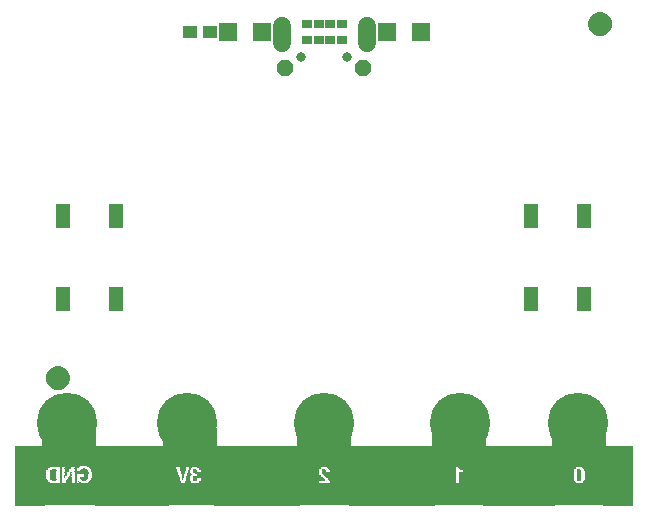
<source format=gbr>
G04 EAGLE Gerber RS-274X export*
G75*
%MOMM*%
%FSLAX34Y34*%
%LPD*%
%INSoldermask Bottom*%
%IPPOS*%
%AMOC8*
5,1,8,0,0,1.08239X$1,22.5*%
G01*
%ADD10C,0.801600*%
%ADD11C,1.509600*%
%ADD12P,1.525737X8X22.500000*%
%ADD13P,1.525737X8X202.500000*%
%ADD14R,1.301600X2.101600*%
%ADD15R,0.821600X0.701600*%
%ADD16C,5.117600*%
%ADD17R,6.096000X5.080000*%
%ADD18R,7.366000X5.080000*%
%ADD19R,6.350000X5.080000*%
%ADD20R,2.540000X5.080000*%
%ADD21R,4.612637X0.021338*%
%ADD22R,4.615181X0.021338*%
%ADD23R,4.635500X0.021338*%
%ADD24R,4.612637X0.021081*%
%ADD25R,4.615181X0.021081*%
%ADD26R,4.635500X0.021081*%
%ADD27R,2.199638X0.021081*%
%ADD28R,2.179319X0.021081*%
%ADD29R,1.714500X0.021081*%
%ADD30R,2.646681X0.021081*%
%ADD31R,0.909319X0.021081*%
%ADD32R,3.472175X0.021081*%
%ADD33R,2.136138X0.021081*%
%ADD34R,2.115819X0.021081*%
%ADD35R,2.286000X0.021081*%
%ADD36R,2.052319X0.021081*%
%ADD37R,1.841500X0.021081*%
%ADD38R,1.818638X0.021081*%
%ADD39R,1.651000X0.021081*%
%ADD40R,0.698500X0.021081*%
%ADD41R,1.587500X0.021081*%
%ADD42R,0.825500X0.021081*%
%ADD43R,0.254000X0.021081*%
%ADD44R,0.149856X0.021081*%
%ADD45R,0.551175X0.021081*%
%ADD46R,0.170181X0.021081*%
%ADD47R,0.784856X0.021081*%
%ADD48R,2.072637X0.021338*%
%ADD49R,2.052319X0.021338*%
%ADD50R,2.286000X0.021338*%
%ADD51R,1.841500X0.021338*%
%ADD52R,1.818638X0.021338*%
%ADD53R,1.587500X0.021338*%
%ADD54R,0.635000X0.021338*%
%ADD55R,0.782319X0.021338*%
%ADD56R,0.210819X0.021338*%
%ADD57R,0.149856X0.021338*%
%ADD58R,0.528319X0.021338*%
%ADD59R,0.170181X0.021338*%
%ADD60R,0.721356X0.021338*%
%ADD61R,2.032000X0.021081*%
%ADD62R,1.567181X0.021081*%
%ADD63R,0.591819X0.021081*%
%ADD64R,0.739138X0.021081*%
%ADD65R,0.167637X0.021081*%
%ADD66R,0.528319X0.021081*%
%ADD67R,0.657856X0.021081*%
%ADD68R,2.009138X0.021081*%
%ADD69R,1.524000X0.021081*%
%ADD70R,0.571500X0.021081*%
%ADD71R,0.127000X0.021081*%
%ADD72R,0.508000X0.021081*%
%ADD73R,0.635000X0.021081*%
%ADD74R,2.009138X0.021338*%
%ADD75R,1.988819X0.021338*%
%ADD76R,1.503681X0.021338*%
%ADD77R,1.567181X0.021338*%
%ADD78R,0.675638X0.021338*%
%ADD79R,0.083819X0.021338*%
%ADD80R,0.508000X0.021338*%
%ADD81R,0.594356X0.021338*%
%ADD82R,1.988819X0.021081*%
%ADD83R,1.968500X0.021081*%
%ADD84R,1.861819X0.021081*%
%ADD85R,1.483356X0.021081*%
%ADD86R,1.544319X0.021081*%
%ADD87R,0.655319X0.021081*%
%ADD88R,0.063500X0.021081*%
%ADD89R,0.487675X0.021081*%
%ADD90R,1.945638X0.021081*%
%ADD91R,0.487681X0.021081*%
%ADD92R,0.043181X0.021081*%
%ADD93R,0.464819X0.021081*%
%ADD94R,1.945638X0.021338*%
%ADD95R,1.925319X0.021338*%
%ADD96R,1.861819X0.021338*%
%ADD97R,1.460500X0.021338*%
%ADD98R,0.464819X0.021338*%
%ADD99R,1.544319X0.021338*%
%ADD100R,0.612138X0.021338*%
%ADD101R,0.020319X0.021338*%
%ADD102R,0.530856X0.021338*%
%ADD103R,1.925319X0.021081*%
%ADD104R,1.440181X0.021081*%
%ADD105R,0.424175X0.021081*%
%ADD106R,0.444500X0.021081*%
%ADD107R,1.905000X0.021081*%
%ADD108R,1.882138X0.021081*%
%ADD109R,0.127000X0.021338*%
%ADD110R,1.905000X0.021338*%
%ADD111R,1.882138X0.021338*%
%ADD112R,1.419856X0.021338*%
%ADD113R,0.403856X0.021338*%
%ADD114R,1.524000X0.021338*%
%ADD115R,0.548638X0.021338*%
%ADD116R,0.424175X0.021338*%
%ADD117R,0.487675X0.021338*%
%ADD118R,0.193038X0.021081*%
%ADD119R,2.413000X0.021081*%
%ADD120R,1.419856X0.021081*%
%ADD121R,0.231138X0.021081*%
%ADD122R,0.381000X0.021081*%
%ADD123R,1.503681X0.021081*%
%ADD124R,0.467356X0.021081*%
%ADD125R,0.233681X0.021081*%
%ADD126R,2.390138X0.021081*%
%ADD127R,1.397000X0.021081*%
%ADD128R,0.276856X0.021081*%
%ADD129R,0.358137X0.021081*%
%ADD130R,0.190500X0.021081*%
%ADD131R,0.401319X0.021081*%
%ADD132R,0.274319X0.021338*%
%ADD133R,2.369819X0.021338*%
%ADD134R,1.397000X0.021338*%
%ADD135R,0.317500X0.021338*%
%ADD136R,0.358137X0.021338*%
%ADD137R,0.401319X0.021338*%
%ADD138R,0.337819X0.021338*%
%ADD139R,0.444500X0.021338*%
%ADD140R,0.317500X0.021081*%
%ADD141R,2.349500X0.021081*%
%ADD142R,0.337819X0.021081*%
%ADD143R,1.480819X0.021081*%
%ADD144R,0.485137X0.021081*%
%ADD145R,2.326637X0.021081*%
%ADD146R,0.360675X0.021081*%
%ADD147R,0.421637X0.021081*%
%ADD148R,2.306319X0.021338*%
%ADD149R,0.381000X0.021338*%
%ADD150R,1.480819X0.021338*%
%ADD151R,0.485137X0.021338*%
%ADD152R,0.360675X0.021338*%
%ADD153R,0.360681X0.021081*%
%ADD154R,1.376681X0.021081*%
%ADD155R,0.403856X0.021081*%
%ADD156R,0.297175X0.021081*%
%ADD157R,0.020319X0.021081*%
%ADD158R,1.460500X0.021081*%
%ADD159R,0.551181X0.021081*%
%ADD160R,2.263138X0.021081*%
%ADD161R,0.360681X0.021338*%
%ADD162R,2.222500X0.021338*%
%ADD163R,1.376681X0.021338*%
%ADD164R,0.297175X0.021338*%
%ADD165R,2.202175X0.021081*%
%ADD166R,0.274319X0.021081*%
%ADD167R,0.678181X0.021081*%
%ADD168R,2.136138X0.021338*%
%ADD169R,2.054856X0.021338*%
%ADD170R,0.063500X0.021338*%
%ADD171R,1.440181X0.021338*%
%ADD172R,0.421637X0.021338*%
%ADD173R,0.678181X0.021338*%
%ADD174R,2.095500X0.021081*%
%ADD175R,2.054856X0.021081*%
%ADD176R,1.417319X0.021081*%
%ADD177R,0.106675X0.021081*%
%ADD178R,0.718819X0.021081*%
%ADD179R,0.548638X0.021081*%
%ADD180R,2.032000X0.021338*%
%ADD181R,0.106675X0.021338*%
%ADD182R,1.417319X0.021338*%
%ADD183R,0.254000X0.021338*%
%ADD184R,2.156462X0.021081*%
%ADD185R,2.011681X0.021081*%
%ADD186R,0.233675X0.021081*%
%ADD187R,1.991356X0.021081*%
%ADD188R,1.948181X0.021338*%
%ADD189R,0.276856X0.021338*%
%ADD190R,0.147319X0.021338*%
%ADD191R,0.571500X0.021338*%
%ADD192R,0.340356X0.021338*%
%ADD193R,2.242819X0.021081*%
%ADD194R,1.884681X0.021081*%
%ADD195R,0.147319X0.021081*%
%ADD196R,0.210819X0.021081*%
%ADD197R,0.340356X0.021081*%
%ADD198R,1.948175X0.021081*%
%ADD199R,1.737356X0.021081*%
%ADD200R,0.083819X0.021081*%
%ADD201R,1.737356X0.021338*%
%ADD202R,0.190500X0.021338*%
%ADD203R,0.170175X0.021338*%
%ADD204R,1.353819X0.021081*%
%ADD205R,0.170175X0.021081*%
%ADD206R,0.106681X0.021081*%
%ADD207R,0.297181X0.021081*%
%ADD208R,2.390138X0.021338*%
%ADD209R,1.353819X0.021338*%
%ADD210R,2.410462X0.021081*%
%ADD211R,1.333500X0.021081*%
%ADD212R,2.433319X0.021081*%
%ADD213R,0.383538X0.021081*%
%ADD214R,2.453638X0.021338*%
%ADD215R,0.233675X0.021338*%
%ADD216R,1.333500X0.021338*%
%ADD217R,2.453638X0.021081*%
%ADD218R,1.313181X0.021081*%
%ADD219R,1.143000X0.021081*%
%ADD220R,2.476500X0.021081*%
%ADD221R,2.476500X0.021338*%
%ADD222R,1.864356X0.021338*%
%ADD223R,1.313181X0.021338*%
%ADD224R,1.143000X0.021338*%
%ADD225R,2.496819X0.021081*%
%ADD226R,1.927856X0.021081*%
%ADD227R,1.290319X0.021081*%
%ADD228R,1.122675X0.021081*%
%ADD229R,0.043175X0.021081*%
%ADD230R,2.517138X0.021338*%
%ADD231R,1.991356X0.021338*%
%ADD232R,1.290319X0.021338*%
%ADD233R,1.122675X0.021338*%
%ADD234R,0.043175X0.021338*%
%ADD235R,0.233681X0.021338*%
%ADD236R,1.270000X0.021081*%
%ADD237R,1.968500X0.021338*%
%ADD238R,1.270000X0.021338*%
%ADD239R,1.102356X0.021338*%
%ADD240R,1.249681X0.021081*%
%ADD241R,1.102356X0.021081*%
%ADD242R,1.249681X0.021338*%
%ADD243R,0.297181X0.021338*%
%ADD244R,1.226819X0.021081*%
%ADD245R,0.106681X0.021338*%
%ADD246R,1.226819X0.021338*%
%ADD247R,0.104138X0.021081*%
%ADD248R,1.206500X0.021081*%
%ADD249R,0.193038X0.021338*%
%ADD250R,2.095500X0.021338*%
%ADD251R,0.104138X0.021338*%
%ADD252R,1.206500X0.021338*%
%ADD253R,2.181856X0.021081*%
%ADD254R,2.222500X0.021081*%
%ADD255R,1.186181X0.021081*%
%ADD256R,2.245356X0.021338*%
%ADD257R,1.186181X0.021338*%
%ADD258R,0.213356X0.021338*%
%ADD259R,0.424181X0.021338*%
%ADD260R,0.467356X0.021338*%
%ADD261R,2.265681X0.021081*%
%ADD262R,0.424181X0.021081*%
%ADD263R,1.163319X0.021081*%
%ADD264R,2.308856X0.021338*%
%ADD265R,1.948175X0.021338*%
%ADD266R,1.163319X0.021338*%
%ADD267R,0.591819X0.021338*%
%ADD268R,2.308856X0.021081*%
%ADD269R,0.530856X0.021081*%
%ADD270R,1.546856X0.021081*%
%ADD271R,0.612138X0.021081*%
%ADD272R,2.329181X0.021338*%
%ADD273R,0.487681X0.021338*%
%ADD274R,2.072637X0.021081*%
%ADD275R,2.329181X0.021081*%
%ADD276R,1.610356X0.021081*%
%ADD277R,0.213356X0.021081*%
%ADD278R,0.675638X0.021081*%
%ADD279R,0.614675X0.021081*%
%ADD280R,1.122681X0.021081*%
%ADD281R,2.199638X0.021338*%
%ADD282R,2.179319X0.021338*%
%ADD283R,1.714500X0.021338*%
%ADD284R,1.122681X0.021338*%
%ADD285R,0.718819X0.021338*%
%ADD286R,0.698500X0.021338*%
%ADD287R,1.099819X0.021081*%
%ADD288R,0.762000X0.021081*%
%ADD289R,0.802638X0.021081*%
%ADD290R,3.261356X0.021081*%
%ADD291R,0.866138X0.021338*%
%ADD292R,3.324856X0.021338*%
%ADD293R,0.952500X0.021081*%
%ADD294R,3.408675X0.021081*%
%ADD295R,1.501600X1.501600*%
%ADD296R,1.176600X1.101600*%
%ADD297C,1.101600*%
%ADD298C,0.500000*%


D10*
X279500Y379920D03*
X240500Y379920D03*
D11*
X224000Y391880D02*
X224000Y405960D01*
X296000Y405960D02*
X296000Y391880D01*
D12*
X293000Y370920D03*
D13*
X227000Y370920D03*
D14*
X434500Y245000D03*
X434500Y175000D03*
X479500Y175000D03*
X479500Y245000D03*
X38500Y245000D03*
X38500Y175000D03*
X83500Y175000D03*
X83500Y245000D03*
D15*
X275050Y408190D03*
X265050Y408190D03*
X255050Y408190D03*
X245050Y408190D03*
X245050Y394190D03*
X255050Y394190D03*
X265050Y394190D03*
X275050Y394190D03*
D16*
X475000Y70000D03*
X375000Y70000D03*
X260000Y70000D03*
X144000Y70000D03*
X42000Y70000D03*
D17*
X425100Y25400D03*
D18*
X317150Y25400D03*
X202850Y25400D03*
D19*
X96804Y25400D03*
D20*
X11080Y25400D03*
X508920Y25400D03*
D21*
X475899Y212D03*
D22*
X373880Y212D03*
D21*
X259999Y212D03*
D22*
X145915Y212D03*
D23*
X43985Y212D03*
D24*
X475899Y424D03*
D25*
X373880Y424D03*
D24*
X259999Y424D03*
D25*
X145915Y424D03*
D26*
X43985Y424D03*
D24*
X475899Y635D03*
D25*
X373880Y635D03*
D24*
X259999Y635D03*
D25*
X145915Y635D03*
D26*
X43985Y635D03*
D21*
X475899Y847D03*
D22*
X373880Y847D03*
D21*
X259999Y847D03*
D22*
X145915Y847D03*
D23*
X43985Y847D03*
D24*
X475899Y1059D03*
D25*
X373880Y1059D03*
D24*
X259999Y1059D03*
D25*
X145915Y1059D03*
D26*
X43985Y1059D03*
D24*
X475899Y1270D03*
D25*
X373880Y1270D03*
D24*
X259999Y1270D03*
D25*
X145915Y1270D03*
D26*
X43985Y1270D03*
D21*
X475899Y1482D03*
D22*
X373880Y1482D03*
D21*
X259999Y1482D03*
D22*
X145915Y1482D03*
D23*
X43985Y1482D03*
D24*
X475899Y1694D03*
D25*
X373880Y1694D03*
D24*
X259999Y1694D03*
D25*
X145915Y1694D03*
D26*
X43985Y1694D03*
D24*
X475899Y1905D03*
D25*
X373880Y1905D03*
D24*
X259999Y1905D03*
D25*
X145915Y1905D03*
D26*
X43985Y1905D03*
D21*
X475899Y2117D03*
D22*
X373880Y2117D03*
D21*
X259999Y2117D03*
D22*
X145915Y2117D03*
D23*
X43985Y2117D03*
D24*
X475899Y2329D03*
D25*
X373880Y2329D03*
D24*
X259999Y2329D03*
D25*
X145915Y2329D03*
D26*
X43985Y2329D03*
D24*
X475899Y2540D03*
D25*
X373880Y2540D03*
D24*
X259999Y2540D03*
D25*
X145915Y2540D03*
D26*
X43985Y2540D03*
D21*
X475899Y2752D03*
D22*
X373880Y2752D03*
D21*
X259999Y2752D03*
D22*
X145915Y2752D03*
D23*
X43985Y2752D03*
D24*
X475899Y2964D03*
D25*
X373880Y2964D03*
D24*
X259999Y2964D03*
D25*
X145915Y2964D03*
D26*
X43985Y2964D03*
D24*
X475899Y3175D03*
D25*
X373880Y3175D03*
D24*
X259999Y3175D03*
D25*
X145915Y3175D03*
D26*
X43985Y3175D03*
D21*
X475899Y3387D03*
D22*
X373880Y3387D03*
D21*
X259999Y3387D03*
D22*
X145915Y3387D03*
D23*
X43985Y3387D03*
D24*
X475899Y3599D03*
D25*
X373880Y3599D03*
D24*
X259999Y3599D03*
D25*
X145915Y3599D03*
D26*
X43985Y3599D03*
D24*
X475899Y3810D03*
D25*
X373880Y3810D03*
D24*
X259999Y3810D03*
D25*
X145915Y3810D03*
D26*
X43985Y3810D03*
D21*
X475899Y4022D03*
D22*
X373880Y4022D03*
D21*
X259999Y4022D03*
D22*
X145915Y4022D03*
D23*
X43985Y4022D03*
D24*
X475899Y4234D03*
D25*
X373880Y4234D03*
D24*
X259999Y4234D03*
D25*
X145915Y4234D03*
D26*
X43985Y4234D03*
D24*
X475899Y4445D03*
D25*
X373880Y4445D03*
D24*
X259999Y4445D03*
D25*
X145915Y4445D03*
D26*
X43985Y4445D03*
D21*
X475899Y4657D03*
D22*
X373880Y4657D03*
D21*
X259999Y4657D03*
D22*
X145915Y4657D03*
D23*
X43985Y4657D03*
D24*
X475899Y4869D03*
D25*
X373880Y4869D03*
D24*
X259999Y4869D03*
D25*
X145915Y4869D03*
D26*
X43985Y4869D03*
D24*
X475899Y5080D03*
D25*
X373880Y5080D03*
D24*
X259999Y5080D03*
D25*
X145915Y5080D03*
D26*
X43985Y5080D03*
D21*
X475899Y5292D03*
D22*
X373880Y5292D03*
D21*
X259999Y5292D03*
D22*
X145915Y5292D03*
D23*
X43985Y5292D03*
D24*
X475899Y5504D03*
D25*
X373880Y5504D03*
D24*
X259999Y5504D03*
D25*
X145915Y5504D03*
D26*
X43985Y5504D03*
D24*
X475899Y5715D03*
D25*
X373880Y5715D03*
D24*
X259999Y5715D03*
D25*
X145915Y5715D03*
D26*
X43985Y5715D03*
D21*
X475899Y5927D03*
D22*
X373880Y5927D03*
D21*
X259999Y5927D03*
D22*
X145915Y5927D03*
D23*
X43985Y5927D03*
D24*
X475899Y6139D03*
D25*
X373880Y6139D03*
D24*
X259999Y6139D03*
D25*
X145915Y6139D03*
D26*
X43985Y6139D03*
D24*
X475899Y6350D03*
D25*
X373880Y6350D03*
D24*
X259999Y6350D03*
D25*
X145915Y6350D03*
D26*
X43985Y6350D03*
D21*
X475899Y6562D03*
D22*
X373880Y6562D03*
D21*
X259999Y6562D03*
D22*
X145915Y6562D03*
D23*
X43985Y6562D03*
D24*
X475899Y6774D03*
D25*
X373880Y6774D03*
D24*
X259999Y6774D03*
D25*
X145915Y6774D03*
D26*
X43985Y6774D03*
D24*
X475899Y6985D03*
D25*
X373880Y6985D03*
D24*
X259999Y6985D03*
D25*
X145915Y6985D03*
D26*
X43985Y6985D03*
D21*
X475899Y7197D03*
D22*
X373880Y7197D03*
D21*
X259999Y7197D03*
D22*
X145915Y7197D03*
D23*
X43985Y7197D03*
D24*
X475899Y7409D03*
D25*
X373880Y7409D03*
D24*
X259999Y7409D03*
D25*
X145915Y7409D03*
D26*
X43985Y7409D03*
D24*
X475899Y7620D03*
D25*
X373880Y7620D03*
D24*
X259999Y7620D03*
D25*
X145915Y7620D03*
D26*
X43985Y7620D03*
D21*
X475899Y7832D03*
D22*
X373880Y7832D03*
D21*
X259999Y7832D03*
D22*
X145915Y7832D03*
D23*
X43985Y7832D03*
D24*
X475899Y8044D03*
D25*
X373880Y8044D03*
D24*
X259999Y8044D03*
D25*
X145915Y8044D03*
D26*
X43985Y8044D03*
D24*
X475899Y8255D03*
D25*
X373880Y8255D03*
D24*
X259999Y8255D03*
D25*
X145915Y8255D03*
D26*
X43985Y8255D03*
D21*
X475899Y8467D03*
D22*
X373880Y8467D03*
D21*
X259999Y8467D03*
D22*
X145915Y8467D03*
D23*
X43985Y8467D03*
D24*
X475899Y8679D03*
D25*
X373880Y8679D03*
D24*
X259999Y8679D03*
D25*
X145915Y8679D03*
D26*
X43985Y8679D03*
D24*
X475899Y8890D03*
D25*
X373880Y8890D03*
D24*
X259999Y8890D03*
D25*
X145915Y8890D03*
D26*
X43985Y8890D03*
D21*
X475899Y9102D03*
D22*
X373880Y9102D03*
D21*
X259999Y9102D03*
D22*
X145915Y9102D03*
D23*
X43985Y9102D03*
D24*
X475899Y9314D03*
D25*
X373880Y9314D03*
D24*
X259999Y9314D03*
D25*
X145915Y9314D03*
D26*
X43985Y9314D03*
D24*
X475899Y9525D03*
D25*
X373880Y9525D03*
D24*
X259999Y9525D03*
D25*
X145915Y9525D03*
D26*
X43985Y9525D03*
D21*
X475899Y9737D03*
D22*
X373880Y9737D03*
D21*
X259999Y9737D03*
D22*
X145915Y9737D03*
D23*
X43985Y9737D03*
D24*
X475899Y9949D03*
D25*
X373880Y9949D03*
D24*
X259999Y9949D03*
D25*
X145915Y9949D03*
D26*
X43985Y9949D03*
D24*
X475899Y10160D03*
D25*
X373880Y10160D03*
D24*
X259999Y10160D03*
D25*
X145915Y10160D03*
D26*
X43985Y10160D03*
D21*
X475899Y10372D03*
D22*
X373880Y10372D03*
D21*
X259999Y10372D03*
D22*
X145915Y10372D03*
D23*
X43985Y10372D03*
D24*
X475899Y10584D03*
D25*
X373880Y10584D03*
D24*
X259999Y10584D03*
D25*
X145915Y10584D03*
D26*
X43985Y10584D03*
D24*
X475899Y10795D03*
D25*
X373880Y10795D03*
D24*
X259999Y10795D03*
D25*
X145915Y10795D03*
D26*
X43985Y10795D03*
D21*
X475899Y11007D03*
D22*
X373880Y11007D03*
D21*
X259999Y11007D03*
D22*
X145915Y11007D03*
D23*
X43985Y11007D03*
D24*
X475899Y11219D03*
D25*
X373880Y11219D03*
D24*
X259999Y11219D03*
D25*
X145915Y11219D03*
D26*
X43985Y11219D03*
D24*
X475899Y11430D03*
D25*
X373880Y11430D03*
D24*
X259999Y11430D03*
D25*
X145915Y11430D03*
D26*
X43985Y11430D03*
D21*
X475899Y11642D03*
D22*
X373880Y11642D03*
D21*
X259999Y11642D03*
D22*
X145915Y11642D03*
D23*
X43985Y11642D03*
D24*
X475899Y11854D03*
D25*
X373880Y11854D03*
D24*
X259999Y11854D03*
D25*
X145915Y11854D03*
D26*
X43985Y11854D03*
D24*
X475899Y12065D03*
D25*
X373880Y12065D03*
D24*
X259999Y12065D03*
D25*
X145915Y12065D03*
D26*
X43985Y12065D03*
D21*
X475899Y12277D03*
D22*
X373880Y12277D03*
D21*
X259999Y12277D03*
D22*
X145915Y12277D03*
D23*
X43985Y12277D03*
D24*
X475899Y12489D03*
D25*
X373880Y12489D03*
D24*
X259999Y12489D03*
D25*
X145915Y12489D03*
D26*
X43985Y12489D03*
D24*
X475899Y12700D03*
D25*
X373880Y12700D03*
D24*
X259999Y12700D03*
D25*
X145915Y12700D03*
D26*
X43985Y12700D03*
D21*
X475899Y12912D03*
D22*
X373880Y12912D03*
D21*
X259999Y12912D03*
D22*
X145915Y12912D03*
D23*
X43985Y12912D03*
D24*
X475899Y13124D03*
D25*
X373880Y13124D03*
D24*
X259999Y13124D03*
D25*
X145915Y13124D03*
D26*
X43985Y13124D03*
D24*
X475899Y13335D03*
D25*
X373880Y13335D03*
D24*
X259999Y13335D03*
D25*
X145915Y13335D03*
D26*
X43985Y13335D03*
D21*
X475899Y13547D03*
D22*
X373880Y13547D03*
D21*
X259999Y13547D03*
D22*
X145915Y13547D03*
D23*
X43985Y13547D03*
D24*
X475899Y13759D03*
D25*
X373880Y13759D03*
D24*
X259999Y13759D03*
D25*
X145915Y13759D03*
D26*
X43985Y13759D03*
D24*
X475899Y13970D03*
D25*
X373880Y13970D03*
D24*
X259999Y13970D03*
D25*
X145915Y13970D03*
D26*
X43985Y13970D03*
D21*
X475899Y14182D03*
D22*
X373880Y14182D03*
D21*
X259999Y14182D03*
D22*
X145915Y14182D03*
D23*
X43985Y14182D03*
D24*
X475899Y14394D03*
D25*
X373880Y14394D03*
D24*
X259999Y14394D03*
D25*
X145915Y14394D03*
D26*
X43985Y14394D03*
D24*
X475899Y14605D03*
D25*
X373880Y14605D03*
D24*
X259999Y14605D03*
D25*
X145915Y14605D03*
D26*
X43985Y14605D03*
D21*
X475899Y14817D03*
D22*
X373880Y14817D03*
D21*
X259999Y14817D03*
D22*
X145915Y14817D03*
D23*
X43985Y14817D03*
D24*
X475899Y15029D03*
D25*
X373880Y15029D03*
D24*
X259999Y15029D03*
D25*
X145915Y15029D03*
D26*
X43985Y15029D03*
D24*
X475899Y15240D03*
D25*
X373880Y15240D03*
D24*
X259999Y15240D03*
D25*
X145915Y15240D03*
D26*
X43985Y15240D03*
D21*
X475899Y15452D03*
D22*
X373880Y15452D03*
D21*
X259999Y15452D03*
D22*
X145915Y15452D03*
D23*
X43985Y15452D03*
D24*
X475899Y15664D03*
D25*
X373880Y15664D03*
D24*
X259999Y15664D03*
D25*
X145915Y15664D03*
D26*
X43985Y15664D03*
D24*
X475899Y15875D03*
D25*
X373880Y15875D03*
D24*
X259999Y15875D03*
D25*
X145915Y15875D03*
D26*
X43985Y15875D03*
D21*
X475899Y16087D03*
D22*
X373880Y16087D03*
D21*
X259999Y16087D03*
D22*
X145915Y16087D03*
D23*
X43985Y16087D03*
D24*
X475899Y16299D03*
D25*
X373880Y16299D03*
D24*
X259999Y16299D03*
D25*
X145915Y16299D03*
D26*
X43985Y16299D03*
D24*
X475899Y16510D03*
D25*
X373880Y16510D03*
D24*
X259999Y16510D03*
D25*
X145915Y16510D03*
D26*
X43985Y16510D03*
D21*
X475899Y16722D03*
D22*
X373880Y16722D03*
D21*
X259999Y16722D03*
D22*
X145915Y16722D03*
D23*
X43985Y16722D03*
D24*
X475899Y16934D03*
D25*
X373880Y16934D03*
D24*
X259999Y16934D03*
D25*
X145915Y16934D03*
D26*
X43985Y16934D03*
D24*
X475899Y17145D03*
D25*
X373880Y17145D03*
D24*
X259999Y17145D03*
D25*
X145915Y17145D03*
D26*
X43985Y17145D03*
D21*
X475899Y17357D03*
D22*
X373880Y17357D03*
D21*
X259999Y17357D03*
D22*
X145915Y17357D03*
D23*
X43985Y17357D03*
D24*
X475899Y17569D03*
D25*
X373880Y17569D03*
D24*
X259999Y17569D03*
D25*
X145915Y17569D03*
D26*
X43985Y17569D03*
D24*
X475899Y17780D03*
D25*
X373880Y17780D03*
D24*
X259999Y17780D03*
D25*
X145915Y17780D03*
D26*
X43985Y17780D03*
D21*
X475899Y17992D03*
D22*
X373880Y17992D03*
D21*
X259999Y17992D03*
D22*
X145915Y17992D03*
D23*
X43985Y17992D03*
D27*
X487964Y18204D03*
D28*
X463733Y18204D03*
D25*
X373880Y18204D03*
D24*
X259999Y18204D03*
D29*
X160419Y18204D03*
D30*
X136073Y18204D03*
D31*
X62616Y18204D03*
D32*
X38168Y18204D03*
D33*
X488282Y18415D03*
D34*
X463415Y18415D03*
D35*
X385526Y18415D03*
D36*
X361066Y18415D03*
D37*
X273855Y18415D03*
D38*
X246029Y18415D03*
D39*
X160736Y18415D03*
D40*
X144950Y18415D03*
D41*
X130777Y18415D03*
D42*
X63035Y18415D03*
D43*
X53421Y18415D03*
D44*
X49497Y18415D03*
D45*
X43248Y18415D03*
D46*
X36695Y18415D03*
D47*
X24732Y18415D03*
D48*
X488599Y18627D03*
D49*
X463098Y18627D03*
D50*
X385526Y18627D03*
D49*
X361066Y18627D03*
D51*
X273855Y18627D03*
D52*
X246029Y18627D03*
D53*
X161054Y18627D03*
D54*
X144861Y18627D03*
D53*
X130777Y18627D03*
D55*
X63251Y18627D03*
D56*
X53205Y18627D03*
D57*
X49497Y18627D03*
D58*
X43363Y18627D03*
D59*
X36695Y18627D03*
D60*
X24414Y18627D03*
D36*
X488701Y18839D03*
D61*
X462996Y18839D03*
D35*
X385526Y18839D03*
D36*
X361066Y18839D03*
D37*
X273855Y18839D03*
D38*
X246029Y18839D03*
D62*
X161155Y18839D03*
D63*
X144645Y18839D03*
D62*
X130675Y18839D03*
D64*
X63467Y18839D03*
D65*
X52989Y18839D03*
D44*
X49497Y18839D03*
D66*
X43363Y18839D03*
D46*
X36695Y18839D03*
D67*
X24097Y18839D03*
D61*
X488802Y19050D03*
D68*
X462882Y19050D03*
D35*
X385526Y19050D03*
D36*
X361066Y19050D03*
D37*
X273855Y19050D03*
D38*
X246029Y19050D03*
D69*
X161371Y19050D03*
D70*
X144544Y19050D03*
D62*
X130675Y19050D03*
D40*
X63670Y19050D03*
D71*
X52989Y19050D03*
D44*
X49497Y19050D03*
D72*
X43464Y19050D03*
D46*
X36695Y19050D03*
D73*
X23982Y19050D03*
D74*
X488917Y19262D03*
D75*
X462780Y19262D03*
D50*
X385526Y19262D03*
D49*
X361066Y19262D03*
D51*
X273855Y19262D03*
D52*
X246029Y19262D03*
D76*
X161473Y19262D03*
D58*
X144531Y19262D03*
D77*
X130675Y19262D03*
D78*
X63784Y19262D03*
D79*
X52773Y19262D03*
D57*
X49497Y19262D03*
D80*
X43464Y19262D03*
D59*
X36695Y19262D03*
D81*
X23779Y19262D03*
D82*
X489018Y19474D03*
D83*
X462679Y19474D03*
D35*
X385526Y19474D03*
D36*
X361066Y19474D03*
D84*
X273753Y19474D03*
D38*
X246029Y19474D03*
D85*
X161574Y19474D03*
D72*
X144429Y19474D03*
D86*
X130561Y19474D03*
D87*
X63886Y19474D03*
D88*
X52672Y19474D03*
D44*
X49497Y19474D03*
D89*
X43566Y19474D03*
D46*
X36695Y19474D03*
D70*
X23665Y19474D03*
D83*
X489120Y19685D03*
D90*
X462564Y19685D03*
D35*
X385526Y19685D03*
D36*
X361066Y19685D03*
D84*
X273753Y19685D03*
D38*
X246029Y19685D03*
D85*
X161574Y19685D03*
D91*
X144328Y19685D03*
D86*
X130561Y19685D03*
D73*
X63987Y19685D03*
D92*
X52570Y19685D03*
D44*
X49497Y19685D03*
D93*
X43680Y19685D03*
D46*
X36695Y19685D03*
D45*
X23563Y19685D03*
D94*
X489234Y19897D03*
D95*
X462463Y19897D03*
D50*
X385526Y19897D03*
D49*
X361066Y19897D03*
D96*
X273753Y19897D03*
D52*
X246029Y19897D03*
D97*
X161689Y19897D03*
D98*
X144213Y19897D03*
D99*
X130561Y19897D03*
D100*
X64102Y19897D03*
D101*
X52456Y19897D03*
D57*
X49497Y19897D03*
D98*
X43680Y19897D03*
D59*
X36695Y19897D03*
D102*
X23462Y19897D03*
D90*
X489234Y20109D03*
D103*
X462463Y20109D03*
D35*
X385526Y20109D03*
D36*
X361066Y20109D03*
D84*
X273753Y20109D03*
D38*
X246029Y20109D03*
D104*
X161790Y20109D03*
D105*
X144213Y20109D03*
D69*
X130459Y20109D03*
D63*
X64203Y20109D03*
D44*
X49497Y20109D03*
D106*
X43782Y20109D03*
D46*
X36695Y20109D03*
D72*
X23347Y20109D03*
D103*
X489336Y20320D03*
D107*
X462361Y20320D03*
D35*
X385526Y20320D03*
D36*
X361066Y20320D03*
D108*
X273652Y20320D03*
D38*
X246029Y20320D03*
D104*
X161790Y20320D03*
D105*
X144213Y20320D03*
D69*
X130459Y20320D03*
D70*
X64305Y20320D03*
D44*
X49497Y20320D03*
D106*
X43782Y20320D03*
D46*
X36695Y20320D03*
D89*
X23246Y20320D03*
D95*
X489336Y20532D03*
D109*
X475696Y20532D03*
D110*
X462361Y20532D03*
D50*
X385526Y20532D03*
D49*
X361066Y20532D03*
D111*
X273652Y20532D03*
D52*
X246029Y20532D03*
D112*
X161892Y20532D03*
D57*
X150462Y20532D03*
D113*
X144112Y20532D03*
D114*
X130459Y20532D03*
D115*
X64419Y20532D03*
D57*
X49497Y20532D03*
D116*
X43883Y20532D03*
D59*
X36695Y20532D03*
D117*
X23246Y20532D03*
D107*
X489437Y20744D03*
D118*
X475798Y20744D03*
D108*
X462247Y20744D03*
D35*
X385526Y20744D03*
D36*
X361066Y20744D03*
D107*
X273537Y20744D03*
D119*
X249001Y20744D03*
D120*
X161892Y20744D03*
D121*
X150462Y20744D03*
D122*
X144226Y20744D03*
D123*
X130358Y20744D03*
D66*
X64521Y20744D03*
D44*
X49497Y20744D03*
D105*
X43883Y20744D03*
D46*
X36695Y20744D03*
D124*
X23144Y20744D03*
D107*
X489437Y20955D03*
D125*
X475798Y20955D03*
D108*
X462247Y20955D03*
D35*
X385526Y20955D03*
D36*
X361066Y20955D03*
D107*
X273537Y20955D03*
D126*
X248887Y20955D03*
D127*
X162006Y20955D03*
D128*
X150462Y20955D03*
D129*
X144112Y20955D03*
D123*
X130358Y20955D03*
D66*
X64521Y20955D03*
D130*
X56279Y20955D03*
D44*
X49497Y20955D03*
D131*
X43998Y20955D03*
D46*
X36695Y20955D03*
D106*
X23030Y20955D03*
D110*
X489437Y21167D03*
D132*
X475798Y21167D03*
D111*
X462247Y21167D03*
D50*
X385526Y21167D03*
D49*
X361066Y21167D03*
D95*
X273436Y21167D03*
D133*
X248785Y21167D03*
D134*
X162006Y21167D03*
D135*
X150462Y21167D03*
D136*
X144112Y21167D03*
D76*
X130358Y21167D03*
D80*
X64622Y21167D03*
D135*
X56279Y21167D03*
D57*
X49497Y21167D03*
D137*
X43998Y21167D03*
D59*
X36695Y21167D03*
D138*
X31183Y21167D03*
D139*
X23030Y21167D03*
D108*
X489552Y21379D03*
D140*
X475785Y21379D03*
D84*
X462145Y21379D03*
D35*
X385526Y21379D03*
D36*
X361066Y21379D03*
D103*
X273436Y21379D03*
D141*
X248684Y21379D03*
D127*
X162006Y21379D03*
D142*
X150360Y21379D03*
X144213Y21379D03*
D143*
X130243Y21379D03*
D144*
X64737Y21379D03*
D131*
X56266Y21379D03*
D44*
X49497Y21379D03*
D122*
X44099Y21379D03*
D46*
X36695Y21379D03*
D131*
X30866Y21379D03*
D105*
X22928Y21379D03*
D108*
X489552Y21590D03*
D140*
X475785Y21590D03*
D84*
X462145Y21590D03*
D35*
X385526Y21590D03*
D36*
X361066Y21590D03*
D90*
X273334Y21590D03*
D145*
X248569Y21590D03*
D127*
X162006Y21590D03*
D129*
X150462Y21590D03*
D142*
X144213Y21590D03*
D143*
X130243Y21590D03*
D144*
X64737Y21590D03*
D93*
X56380Y21590D03*
D44*
X49497Y21590D03*
D146*
X44201Y21590D03*
D46*
X36695Y21590D03*
D147*
X30764Y21590D03*
D105*
X22928Y21590D03*
D111*
X489552Y21802D03*
D135*
X475785Y21802D03*
D96*
X462145Y21802D03*
D50*
X385526Y21802D03*
D49*
X361066Y21802D03*
D94*
X273334Y21802D03*
D148*
X248468Y21802D03*
D134*
X162006Y21802D03*
D149*
X150347Y21802D03*
D135*
X144112Y21802D03*
D150*
X130243Y21802D03*
D151*
X64737Y21802D03*
D80*
X56367Y21802D03*
D57*
X49497Y21802D03*
D152*
X44201Y21802D03*
D59*
X36695Y21802D03*
D139*
X30650Y21802D03*
D113*
X22827Y21802D03*
D108*
X489552Y22014D03*
D153*
X475798Y22014D03*
D84*
X462145Y22014D03*
D35*
X385526Y22014D03*
D36*
X361066Y22014D03*
D83*
X273220Y22014D03*
D35*
X248366Y22014D03*
D154*
X162108Y22014D03*
D155*
X150462Y22014D03*
D156*
X144213Y22014D03*
D157*
X140086Y22014D03*
D158*
X130142Y22014D03*
D93*
X64838Y22014D03*
D159*
X56380Y22014D03*
D44*
X49497Y22014D03*
D142*
X44315Y22014D03*
D46*
X36695Y22014D03*
D93*
X30548Y22014D03*
D155*
X22827Y22014D03*
D84*
X489653Y22225D03*
D153*
X475798Y22225D03*
D37*
X462044Y22225D03*
D35*
X385526Y22225D03*
D36*
X361066Y22225D03*
D82*
X273118Y22225D03*
D160*
X248252Y22225D03*
D154*
X162108Y22225D03*
D155*
X150462Y22225D03*
D156*
X144213Y22225D03*
D157*
X140086Y22225D03*
D158*
X130142Y22225D03*
D93*
X64838Y22225D03*
D63*
X56380Y22225D03*
D44*
X49497Y22225D03*
D142*
X44315Y22225D03*
D46*
X36695Y22225D03*
D144*
X30447Y22225D03*
D155*
X22827Y22225D03*
D96*
X489653Y22437D03*
D161*
X475798Y22437D03*
D51*
X462044Y22437D03*
D50*
X385526Y22437D03*
D49*
X361066Y22437D03*
D74*
X273017Y22437D03*
D162*
X248049Y22437D03*
D163*
X162108Y22437D03*
D113*
X150462Y22437D03*
D164*
X144213Y22437D03*
D101*
X140086Y22437D03*
D97*
X130142Y22437D03*
D139*
X64940Y22437D03*
D54*
X56367Y22437D03*
D57*
X49497Y22437D03*
D135*
X44417Y22437D03*
D59*
X36695Y22437D03*
D80*
X30332Y22437D03*
D149*
X22712Y22437D03*
D84*
X489653Y22649D03*
D153*
X475798Y22649D03*
D37*
X462044Y22649D03*
D35*
X385526Y22649D03*
D36*
X361066Y22649D03*
D61*
X272902Y22649D03*
D165*
X247947Y22649D03*
D154*
X162108Y22649D03*
D155*
X150462Y22649D03*
D166*
X144328Y22649D03*
D88*
X140099Y22649D03*
D104*
X130040Y22649D03*
D106*
X64940Y22649D03*
D73*
X56367Y22649D03*
D44*
X49497Y22649D03*
D140*
X44417Y22649D03*
D46*
X36695Y22649D03*
D72*
X30332Y22649D03*
D122*
X22712Y22649D03*
D84*
X489653Y22860D03*
D153*
X475798Y22860D03*
D37*
X462044Y22860D03*
D35*
X385526Y22860D03*
D36*
X361066Y22860D03*
X272801Y22860D03*
D28*
X247833Y22860D03*
D154*
X162108Y22860D03*
D155*
X150462Y22860D03*
D166*
X144328Y22860D03*
D88*
X140099Y22860D03*
D104*
X130040Y22860D03*
D106*
X64940Y22860D03*
D167*
X56380Y22860D03*
D44*
X49497Y22860D03*
D156*
X44518Y22860D03*
D46*
X36695Y22860D03*
D66*
X30231Y22860D03*
D122*
X22712Y22860D03*
D96*
X489653Y23072D03*
D161*
X475798Y23072D03*
D51*
X462044Y23072D03*
D50*
X385526Y23072D03*
D49*
X361066Y23072D03*
D48*
X272699Y23072D03*
D168*
X247617Y23072D03*
D169*
X158717Y23072D03*
D132*
X144328Y23072D03*
D170*
X140099Y23072D03*
D171*
X130040Y23072D03*
D172*
X65054Y23072D03*
D173*
X56380Y23072D03*
D57*
X49497Y23072D03*
D132*
X44633Y23072D03*
D59*
X36695Y23072D03*
D58*
X30231Y23072D03*
D149*
X22712Y23072D03*
D84*
X489653Y23284D03*
D131*
X475798Y23284D03*
D37*
X462044Y23284D03*
D35*
X385526Y23284D03*
D36*
X361066Y23284D03*
D174*
X272585Y23284D03*
D34*
X247515Y23284D03*
D175*
X158717Y23284D03*
D43*
X144429Y23284D03*
D88*
X140099Y23284D03*
D176*
X129926Y23284D03*
D147*
X65054Y23284D03*
D167*
X56380Y23284D03*
D44*
X49497Y23284D03*
D166*
X44633Y23284D03*
D46*
X36695Y23284D03*
D66*
X30231Y23284D03*
D146*
X22611Y23284D03*
D37*
X489755Y23495D03*
D131*
X475798Y23495D03*
D38*
X461929Y23495D03*
D35*
X385526Y23495D03*
D36*
X361066Y23495D03*
D34*
X272483Y23495D03*
D174*
X247414Y23495D03*
D61*
X158831Y23495D03*
D43*
X144429Y23495D03*
D177*
X140086Y23495D03*
D176*
X129926Y23495D03*
D147*
X65054Y23495D03*
D178*
X56380Y23495D03*
D44*
X49497Y23495D03*
D43*
X44734Y23495D03*
D46*
X36695Y23495D03*
D179*
X30129Y23495D03*
D146*
X22611Y23495D03*
D51*
X489755Y23707D03*
D137*
X475798Y23707D03*
D52*
X461929Y23707D03*
D50*
X385526Y23707D03*
D49*
X361066Y23707D03*
D168*
X272382Y23707D03*
D49*
X247198Y23707D03*
D180*
X158831Y23707D03*
D132*
X144531Y23707D03*
D181*
X140086Y23707D03*
D182*
X129926Y23707D03*
D172*
X65054Y23707D03*
D137*
X57968Y23707D03*
D57*
X49497Y23707D03*
D183*
X44734Y23707D03*
D101*
X40391Y23707D03*
D59*
X36695Y23707D03*
D115*
X30129Y23707D03*
D152*
X22611Y23707D03*
D37*
X489755Y23919D03*
D131*
X475798Y23919D03*
D38*
X461929Y23919D03*
D35*
X385526Y23919D03*
D36*
X361066Y23919D03*
D184*
X272280Y23919D03*
D61*
X247096Y23919D03*
D185*
X158933Y23919D03*
D43*
X144632Y23919D03*
D177*
X140086Y23919D03*
D127*
X129824Y23919D03*
D147*
X65054Y23919D03*
D131*
X57968Y23919D03*
D44*
X49497Y23919D03*
D186*
X44836Y23919D03*
D92*
X40505Y23919D03*
D46*
X36695Y23919D03*
D179*
X30129Y23919D03*
D146*
X22611Y23919D03*
D37*
X489755Y24130D03*
D131*
X475798Y24130D03*
D38*
X461929Y24130D03*
D35*
X385526Y24130D03*
D36*
X361066Y24130D03*
D27*
X272064Y24130D03*
D68*
X246982Y24130D03*
D187*
X159034Y24130D03*
D43*
X144632Y24130D03*
D71*
X139984Y24130D03*
D127*
X129824Y24130D03*
D131*
X65156Y24130D03*
X57968Y24130D03*
D44*
X49497Y24130D03*
D186*
X44836Y24130D03*
D92*
X40505Y24130D03*
D46*
X36695Y24130D03*
D179*
X30129Y24130D03*
D146*
X22611Y24130D03*
D51*
X489755Y24342D03*
D137*
X475798Y24342D03*
D52*
X461929Y24342D03*
D50*
X385526Y24342D03*
D49*
X361066Y24342D03*
D162*
X271950Y24342D03*
D75*
X246880Y24342D03*
D188*
X159250Y24342D03*
D189*
X144747Y24342D03*
D190*
X140086Y24342D03*
D134*
X129824Y24342D03*
D137*
X65156Y24342D03*
D172*
X58069Y24342D03*
D57*
X49497Y24342D03*
D56*
X44950Y24342D03*
D170*
X40607Y24342D03*
D59*
X36695Y24342D03*
D191*
X30015Y24342D03*
D192*
X22509Y24342D03*
D37*
X489755Y24554D03*
D131*
X475798Y24554D03*
D38*
X461929Y24554D03*
D35*
X385526Y24554D03*
D36*
X361066Y24554D03*
D193*
X271848Y24554D03*
D83*
X246779Y24554D03*
D194*
X159568Y24554D03*
D43*
X144861Y24554D03*
D195*
X140086Y24554D03*
D154*
X129723Y24554D03*
D131*
X65156Y24554D03*
D147*
X58069Y24554D03*
D44*
X49497Y24554D03*
D196*
X44950Y24554D03*
D88*
X40607Y24554D03*
D46*
X36695Y24554D03*
D70*
X30015Y24554D03*
D197*
X22509Y24554D03*
D37*
X489755Y24765D03*
D131*
X475798Y24765D03*
D38*
X461929Y24765D03*
D35*
X385526Y24765D03*
D36*
X361066Y24765D03*
D35*
X271632Y24765D03*
D198*
X246677Y24765D03*
D199*
X160304Y24765D03*
D166*
X144963Y24765D03*
D195*
X140086Y24765D03*
D154*
X129723Y24765D03*
D131*
X65156Y24765D03*
D147*
X58069Y24765D03*
D44*
X49497Y24765D03*
D130*
X45052Y24765D03*
D200*
X40708Y24765D03*
D46*
X36695Y24765D03*
D70*
X30015Y24765D03*
D197*
X22509Y24765D03*
D51*
X489755Y24977D03*
D137*
X475798Y24977D03*
D52*
X461929Y24977D03*
D50*
X385526Y24977D03*
D49*
X361066Y24977D03*
D148*
X271531Y24977D03*
D95*
X246563Y24977D03*
D201*
X160304Y24977D03*
D132*
X144963Y24977D03*
D202*
X140099Y24977D03*
D163*
X129723Y24977D03*
D137*
X65156Y24977D03*
D172*
X58069Y24977D03*
D57*
X49497Y24977D03*
D203*
X45153Y24977D03*
D79*
X40708Y24977D03*
D59*
X36695Y24977D03*
D191*
X30015Y24977D03*
D192*
X22509Y24977D03*
D37*
X489755Y25189D03*
D131*
X475798Y25189D03*
D38*
X461929Y25189D03*
D35*
X385526Y25189D03*
D36*
X361066Y25189D03*
D145*
X271429Y25189D03*
D107*
X246461Y25189D03*
D199*
X160304Y25189D03*
D166*
X145166Y25189D03*
D130*
X140099Y25189D03*
D204*
X129608Y25189D03*
D131*
X65156Y25189D03*
D147*
X58069Y25189D03*
D44*
X49497Y25189D03*
D205*
X45153Y25189D03*
D206*
X40823Y25189D03*
D46*
X36695Y25189D03*
D70*
X30015Y25189D03*
D197*
X22509Y25189D03*
D37*
X489755Y25400D03*
D131*
X475798Y25400D03*
D38*
X461929Y25400D03*
D35*
X385526Y25400D03*
D36*
X361066Y25400D03*
D141*
X271315Y25400D03*
D107*
X246461Y25400D03*
D199*
X160304Y25400D03*
D207*
X145280Y25400D03*
D130*
X140099Y25400D03*
D204*
X129608Y25400D03*
D131*
X65156Y25400D03*
D147*
X58069Y25400D03*
D44*
X49497Y25400D03*
D195*
X45268Y25400D03*
D206*
X40823Y25400D03*
D46*
X36695Y25400D03*
D70*
X30015Y25400D03*
D197*
X22509Y25400D03*
D51*
X489755Y25612D03*
D137*
X475798Y25612D03*
D52*
X461929Y25612D03*
D50*
X385526Y25612D03*
D49*
X361066Y25612D03*
D208*
X271112Y25612D03*
D111*
X246347Y25612D03*
D201*
X160304Y25612D03*
D135*
X145382Y25612D03*
D202*
X140099Y25612D03*
D209*
X129608Y25612D03*
D137*
X65156Y25612D03*
D172*
X58069Y25612D03*
D57*
X49497Y25612D03*
D190*
X45268Y25612D03*
D109*
X40924Y25612D03*
D59*
X36695Y25612D03*
D191*
X30015Y25612D03*
D192*
X22509Y25612D03*
D37*
X489755Y25824D03*
D131*
X475798Y25824D03*
D38*
X461929Y25824D03*
D35*
X385526Y25824D03*
D36*
X361066Y25824D03*
D210*
X271010Y25824D03*
D108*
X246347Y25824D03*
D199*
X160304Y25824D03*
D197*
X145699Y25824D03*
D186*
X140086Y25824D03*
D211*
X129507Y25824D03*
D131*
X65156Y25824D03*
D147*
X58069Y25824D03*
D44*
X49497Y25824D03*
D71*
X45369Y25824D03*
D195*
X41026Y25824D03*
D46*
X36695Y25824D03*
D70*
X30015Y25824D03*
D197*
X22509Y25824D03*
D37*
X489755Y26035D03*
D131*
X475798Y26035D03*
D38*
X461929Y26035D03*
D35*
X385526Y26035D03*
D36*
X361066Y26035D03*
D212*
X270896Y26035D03*
D84*
X246245Y26035D03*
D199*
X160304Y26035D03*
D213*
X145915Y26035D03*
D186*
X140086Y26035D03*
D211*
X129507Y26035D03*
D131*
X65156Y26035D03*
D147*
X58069Y26035D03*
D44*
X49497Y26035D03*
D71*
X45369Y26035D03*
D195*
X41026Y26035D03*
D46*
X36695Y26035D03*
D70*
X30015Y26035D03*
D197*
X22509Y26035D03*
D51*
X489755Y26247D03*
D137*
X475798Y26247D03*
D52*
X461929Y26247D03*
D50*
X385526Y26247D03*
D49*
X361066Y26247D03*
D214*
X270794Y26247D03*
D96*
X246245Y26247D03*
D201*
X160304Y26247D03*
D192*
X145699Y26247D03*
D215*
X140086Y26247D03*
D216*
X129507Y26247D03*
D137*
X65156Y26247D03*
D172*
X58069Y26247D03*
D57*
X49497Y26247D03*
D181*
X45471Y26247D03*
D59*
X41140Y26247D03*
X36695Y26247D03*
D191*
X30015Y26247D03*
D192*
X22509Y26247D03*
D37*
X489755Y26459D03*
D131*
X475798Y26459D03*
D38*
X461929Y26459D03*
D35*
X385526Y26459D03*
D36*
X361066Y26459D03*
D217*
X270794Y26459D03*
D37*
X246144Y26459D03*
D199*
X160304Y26459D03*
D140*
X145585Y26459D03*
D43*
X139984Y26459D03*
D218*
X129405Y26459D03*
D131*
X65156Y26459D03*
D219*
X54462Y26459D03*
D200*
X45585Y26459D03*
D46*
X41140Y26459D03*
X36695Y26459D03*
D70*
X30015Y26459D03*
D197*
X22509Y26459D03*
D37*
X489755Y26670D03*
D131*
X475798Y26670D03*
D38*
X461929Y26670D03*
D35*
X385526Y26670D03*
D36*
X361066Y26670D03*
D220*
X270680Y26670D03*
D37*
X246144Y26670D03*
D199*
X160304Y26670D03*
D166*
X145598Y26670D03*
X140086Y26670D03*
D218*
X129405Y26670D03*
D131*
X65156Y26670D03*
D219*
X54462Y26670D03*
D200*
X45585Y26670D03*
D130*
X41242Y26670D03*
D46*
X36695Y26670D03*
D70*
X30015Y26670D03*
D197*
X22509Y26670D03*
D51*
X489755Y26882D03*
D137*
X475798Y26882D03*
D52*
X461929Y26882D03*
D50*
X385526Y26882D03*
D49*
X361066Y26882D03*
D221*
X270680Y26882D03*
D51*
X246144Y26882D03*
D222*
X159669Y26882D03*
D183*
X145496Y26882D03*
D132*
X140086Y26882D03*
D223*
X129405Y26882D03*
D137*
X65156Y26882D03*
D224*
X54462Y26882D03*
D170*
X45687Y26882D03*
D202*
X41242Y26882D03*
D59*
X36695Y26882D03*
D191*
X30015Y26882D03*
D192*
X22509Y26882D03*
D37*
X489755Y27094D03*
D131*
X475798Y27094D03*
D38*
X461929Y27094D03*
D35*
X385526Y27094D03*
D36*
X361066Y27094D03*
D225*
X270578Y27094D03*
D38*
X246029Y27094D03*
D226*
X159352Y27094D03*
D121*
X145382Y27094D03*
D166*
X140086Y27094D03*
D227*
X129291Y27094D03*
D131*
X65156Y27094D03*
D219*
X54462Y27094D03*
D88*
X45687Y27094D03*
D196*
X41343Y27094D03*
D46*
X36695Y27094D03*
D70*
X30015Y27094D03*
D197*
X22509Y27094D03*
D37*
X489755Y27305D03*
D131*
X475798Y27305D03*
D38*
X461929Y27305D03*
D35*
X385526Y27305D03*
D36*
X361066Y27305D03*
D225*
X270578Y27305D03*
D38*
X246029Y27305D03*
D83*
X159149Y27305D03*
D196*
X145483Y27305D03*
D140*
X140099Y27305D03*
D227*
X129291Y27305D03*
D147*
X65054Y27305D03*
D228*
X54361Y27305D03*
D229*
X45788Y27305D03*
D125*
X41458Y27305D03*
D46*
X36695Y27305D03*
D70*
X30015Y27305D03*
D197*
X22509Y27305D03*
D96*
X489653Y27517D03*
D137*
X475798Y27517D03*
D51*
X462044Y27517D03*
D50*
X385526Y27517D03*
D49*
X361066Y27517D03*
D230*
X270477Y27517D03*
D52*
X246029Y27517D03*
D231*
X159034Y27517D03*
D202*
X145382Y27517D03*
D135*
X140099Y27517D03*
D232*
X129291Y27517D03*
D172*
X65054Y27517D03*
D233*
X54361Y27517D03*
D234*
X45788Y27517D03*
D235*
X41458Y27517D03*
D59*
X36695Y27517D03*
D115*
X30129Y27517D03*
D152*
X22611Y27517D03*
D84*
X489653Y27729D03*
D153*
X475798Y27729D03*
D37*
X462044Y27729D03*
D35*
X385526Y27729D03*
D36*
X361066Y27729D03*
D84*
X273753Y27729D03*
D122*
X259796Y27729D03*
D38*
X246029Y27729D03*
D187*
X159034Y27729D03*
D130*
X145382Y27729D03*
D140*
X140099Y27729D03*
D236*
X129189Y27729D03*
D147*
X65054Y27729D03*
D228*
X54361Y27729D03*
D157*
X45903Y27729D03*
D43*
X41559Y27729D03*
D46*
X36695Y27729D03*
D179*
X30129Y27729D03*
D146*
X22611Y27729D03*
D84*
X489653Y27940D03*
D153*
X475798Y27940D03*
D37*
X462044Y27940D03*
D35*
X385526Y27940D03*
D36*
X361066Y27940D03*
D84*
X273753Y27940D03*
D122*
X259796Y27940D03*
D38*
X246029Y27940D03*
D185*
X158933Y27940D03*
D205*
X145483Y27940D03*
D197*
X139984Y27940D03*
D236*
X129189Y27940D03*
D147*
X65054Y27940D03*
D228*
X54361Y27940D03*
D157*
X45903Y27940D03*
D43*
X41559Y27940D03*
D46*
X36695Y27940D03*
D179*
X30129Y27940D03*
D146*
X22611Y27940D03*
D96*
X489653Y28152D03*
D161*
X475798Y28152D03*
D51*
X462044Y28152D03*
D237*
X387114Y28152D03*
D49*
X361066Y28152D03*
D96*
X273753Y28152D03*
D149*
X259796Y28152D03*
D52*
X246029Y28152D03*
D134*
X162006Y28152D03*
D138*
X150563Y28152D03*
D57*
X145382Y28152D03*
D152*
X140086Y28152D03*
D238*
X129189Y28152D03*
D172*
X65054Y28152D03*
D239*
X54259Y28152D03*
D132*
X41661Y28152D03*
D59*
X36695Y28152D03*
D115*
X30129Y28152D03*
D152*
X22611Y28152D03*
D84*
X489653Y28364D03*
D153*
X475798Y28364D03*
D37*
X462044Y28364D03*
D83*
X387114Y28364D03*
D36*
X361066Y28364D03*
D84*
X273753Y28364D03*
D122*
X259796Y28364D03*
D38*
X246029Y28364D03*
D127*
X162006Y28364D03*
D142*
X150563Y28364D03*
D44*
X145382Y28364D03*
D146*
X140086Y28364D03*
D240*
X129088Y28364D03*
D147*
X65054Y28364D03*
D241*
X54259Y28364D03*
D166*
X41661Y28364D03*
D46*
X36695Y28364D03*
D66*
X30231Y28364D03*
D146*
X22611Y28364D03*
D84*
X489653Y28575D03*
D153*
X475798Y28575D03*
D37*
X462044Y28575D03*
D83*
X387114Y28575D03*
D36*
X361066Y28575D03*
D84*
X273753Y28575D03*
D122*
X259796Y28575D03*
D38*
X246029Y28575D03*
D127*
X162006Y28575D03*
D142*
X150563Y28575D03*
D71*
X145496Y28575D03*
D146*
X140086Y28575D03*
D240*
X129088Y28575D03*
D106*
X64940Y28575D03*
D241*
X54259Y28575D03*
D207*
X41775Y28575D03*
D46*
X36695Y28575D03*
D66*
X30231Y28575D03*
D146*
X22611Y28575D03*
D111*
X489552Y28787D03*
D161*
X475798Y28787D03*
D96*
X462145Y28787D03*
D237*
X387114Y28787D03*
D49*
X361066Y28787D03*
D96*
X273753Y28787D03*
D152*
X259694Y28787D03*
D52*
X246029Y28787D03*
D134*
X162006Y28787D03*
D138*
X150563Y28787D03*
D109*
X145496Y28787D03*
D149*
X139984Y28787D03*
D242*
X129088Y28787D03*
D139*
X64940Y28787D03*
D54*
X56367Y28787D03*
D57*
X49497Y28787D03*
D243*
X41775Y28787D03*
D59*
X36695Y28787D03*
D58*
X30231Y28787D03*
D149*
X22712Y28787D03*
D108*
X489552Y28999D03*
D140*
X475785Y28999D03*
D84*
X462145Y28999D03*
D83*
X387114Y28999D03*
D36*
X361066Y28999D03*
D108*
X273652Y28999D03*
D146*
X259694Y28999D03*
D38*
X246029Y28999D03*
D127*
X162006Y28999D03*
D142*
X150563Y28999D03*
D71*
X145496Y28999D03*
D131*
X140086Y28999D03*
D244*
X128973Y28999D03*
D106*
X64940Y28999D03*
D73*
X56367Y28999D03*
D44*
X49497Y28999D03*
D140*
X41877Y28999D03*
D46*
X36695Y28999D03*
D72*
X30332Y28999D03*
D122*
X22712Y28999D03*
D108*
X489552Y29210D03*
D140*
X475785Y29210D03*
D84*
X462145Y29210D03*
D83*
X387114Y29210D03*
D36*
X361066Y29210D03*
D108*
X273652Y29210D03*
D197*
X259796Y29210D03*
D37*
X246144Y29210D03*
D120*
X161892Y29210D03*
D140*
X150462Y29210D03*
D206*
X145598Y29210D03*
D131*
X140086Y29210D03*
D244*
X128973Y29210D03*
D93*
X64838Y29210D03*
D63*
X56380Y29210D03*
D44*
X49497Y29210D03*
D142*
X41978Y29210D03*
D46*
X36695Y29210D03*
D144*
X30447Y29210D03*
D122*
X22712Y29210D03*
D111*
X489552Y29422D03*
D135*
X475785Y29422D03*
D96*
X462145Y29422D03*
D237*
X387114Y29422D03*
D49*
X361066Y29422D03*
D111*
X273652Y29422D03*
D192*
X259796Y29422D03*
D51*
X246144Y29422D03*
D112*
X161892Y29422D03*
D164*
X150563Y29422D03*
D245*
X145598Y29422D03*
D137*
X140086Y29422D03*
D246*
X128973Y29422D03*
D98*
X64838Y29422D03*
D191*
X56279Y29422D03*
D203*
X49598Y29422D03*
D138*
X41978Y29422D03*
D59*
X36695Y29422D03*
D151*
X30447Y29422D03*
D113*
X22827Y29422D03*
D107*
X489437Y29634D03*
D166*
X475798Y29634D03*
D108*
X462247Y29634D03*
D83*
X387114Y29634D03*
D36*
X361066Y29634D03*
D108*
X273652Y29634D03*
D156*
X259783Y29634D03*
D37*
X246144Y29634D03*
D120*
X161892Y29634D03*
D128*
X150462Y29634D03*
D206*
X145598Y29634D03*
D106*
X140099Y29634D03*
D244*
X128973Y29634D03*
D144*
X64737Y29634D03*
D66*
X56266Y29634D03*
D205*
X49598Y29634D03*
D153*
X42093Y29634D03*
D46*
X36695Y29634D03*
D106*
X30650Y29634D03*
D155*
X22827Y29634D03*
D107*
X489437Y29845D03*
D43*
X475696Y29845D03*
D108*
X462247Y29845D03*
D83*
X387114Y29845D03*
D36*
X361066Y29845D03*
D107*
X273537Y29845D03*
D43*
X259796Y29845D03*
D37*
X246144Y29845D03*
D120*
X161892Y29845D03*
D43*
X150576Y29845D03*
D247*
X145814Y29845D03*
D106*
X140099Y29845D03*
D248*
X128872Y29845D03*
D144*
X64737Y29845D03*
D89*
X56266Y29845D03*
D205*
X49598Y29845D03*
D153*
X42093Y29845D03*
D46*
X36695Y29845D03*
D147*
X30764Y29845D03*
D155*
X22827Y29845D03*
D110*
X489437Y30057D03*
D249*
X475798Y30057D03*
D111*
X462247Y30057D03*
D250*
X386479Y30057D03*
D49*
X361066Y30057D03*
D110*
X273537Y30057D03*
D56*
X259783Y30057D03*
D96*
X246245Y30057D03*
D171*
X161790Y30057D03*
D56*
X150563Y30057D03*
D251*
X145814Y30057D03*
D139*
X140099Y30057D03*
D252*
X128872Y30057D03*
D80*
X64622Y30057D03*
D139*
X56279Y30057D03*
D202*
X49700Y30057D03*
D149*
X42194Y30057D03*
D59*
X36695Y30057D03*
D136*
X31082Y30057D03*
D116*
X22928Y30057D03*
D103*
X489336Y30269D03*
D195*
X475798Y30269D03*
D107*
X462361Y30269D03*
D253*
X386047Y30269D03*
D36*
X361066Y30269D03*
D107*
X273537Y30269D03*
D71*
X259796Y30269D03*
D84*
X246245Y30269D03*
D104*
X161790Y30269D03*
D71*
X150576Y30269D03*
D247*
X145814Y30269D03*
D124*
X139984Y30269D03*
D248*
X128872Y30269D03*
D72*
X64622Y30269D03*
D131*
X56266Y30269D03*
D130*
X49700Y30269D03*
D122*
X42194Y30269D03*
D46*
X36695Y30269D03*
D106*
X23030Y30269D03*
D103*
X489336Y30480D03*
D107*
X462361Y30480D03*
D254*
X385844Y30480D03*
D36*
X361066Y30480D03*
D103*
X273436Y30480D03*
D108*
X246347Y30480D03*
D158*
X161689Y30480D03*
D247*
X146017Y30480D03*
D89*
X140086Y30480D03*
D255*
X128770Y30480D03*
D66*
X64521Y30480D03*
D140*
X56279Y30480D03*
D130*
X49700Y30480D03*
D131*
X42296Y30480D03*
D46*
X36695Y30480D03*
D106*
X23030Y30480D03*
D94*
X489234Y30692D03*
D95*
X462463Y30692D03*
D256*
X385729Y30692D03*
D49*
X361066Y30692D03*
D95*
X273436Y30692D03*
D111*
X246347Y30692D03*
D97*
X161689Y30692D03*
D251*
X146017Y30692D03*
D117*
X140086Y30692D03*
D257*
X128770Y30692D03*
D58*
X64521Y30692D03*
D202*
X56279Y30692D03*
D258*
X49814Y30692D03*
D259*
X42410Y30692D03*
D59*
X36695Y30692D03*
D260*
X23144Y30692D03*
D90*
X489234Y30904D03*
D103*
X462463Y30904D03*
D261*
X385628Y30904D03*
D36*
X361066Y30904D03*
D90*
X273334Y30904D03*
D107*
X246461Y30904D03*
D85*
X161574Y30904D03*
D71*
X146131Y30904D03*
D89*
X140086Y30904D03*
D255*
X128770Y30904D03*
D179*
X64419Y30904D03*
D186*
X49916Y30904D03*
D262*
X42410Y30904D03*
D46*
X36695Y30904D03*
D124*
X23144Y30904D03*
D83*
X489120Y31115D03*
D90*
X462564Y31115D03*
D35*
X385526Y31115D03*
D36*
X361066Y31115D03*
D83*
X273220Y31115D03*
D103*
X246563Y31115D03*
D85*
X161574Y31115D03*
D206*
X146233Y31115D03*
D72*
X139984Y31115D03*
D263*
X128656Y31115D03*
D70*
X64305Y31115D03*
D186*
X49916Y31115D03*
D106*
X42512Y31115D03*
D46*
X36695Y31115D03*
D89*
X23246Y31115D03*
D75*
X489018Y31327D03*
D237*
X462679Y31327D03*
D264*
X385412Y31327D03*
D49*
X361066Y31327D03*
D237*
X273220Y31327D03*
D265*
X246677Y31327D03*
D76*
X161473Y31327D03*
D109*
X146334Y31327D03*
D58*
X140086Y31327D03*
D266*
X128656Y31327D03*
D267*
X64203Y31327D03*
D183*
X50017Y31327D03*
D139*
X42512Y31327D03*
D59*
X36695Y31327D03*
D80*
X23347Y31327D03*
D68*
X488917Y31539D03*
D82*
X462780Y31539D03*
D268*
X385412Y31539D03*
D36*
X361066Y31539D03*
D82*
X273118Y31539D03*
D83*
X246779Y31539D03*
D69*
X161371Y31539D03*
D195*
X146436Y31539D03*
D66*
X140086Y31539D03*
D263*
X128656Y31539D03*
D63*
X64203Y31539D03*
D128*
X50132Y31539D03*
D93*
X42613Y31539D03*
D46*
X36695Y31539D03*
D269*
X23462Y31539D03*
D61*
X488802Y31750D03*
D68*
X462882Y31750D03*
D268*
X385412Y31750D03*
D36*
X361066Y31750D03*
D68*
X273017Y31750D03*
D82*
X246880Y31750D03*
D270*
X161257Y31750D03*
D44*
X146652Y31750D03*
D179*
X139984Y31750D03*
D219*
X128554Y31750D03*
D271*
X64102Y31750D03*
D156*
X50233Y31750D03*
D93*
X42613Y31750D03*
D46*
X36695Y31750D03*
D45*
X23563Y31750D03*
D49*
X488701Y31962D03*
D180*
X462996Y31962D03*
D272*
X385310Y31962D03*
D49*
X361066Y31962D03*
X272801Y31962D03*
D74*
X246982Y31962D03*
D77*
X161155Y31962D03*
D249*
X146868Y31962D03*
D191*
X140099Y31962D03*
D224*
X128554Y31962D03*
D54*
X63987Y31962D03*
D135*
X50335Y31962D03*
D273*
X42728Y31962D03*
D59*
X36695Y31962D03*
D191*
X23665Y31962D03*
D274*
X488599Y32174D03*
D36*
X463098Y32174D03*
D275*
X385310Y32174D03*
D36*
X361066Y32174D03*
D274*
X272699Y32174D03*
D36*
X247198Y32174D03*
D276*
X160939Y32174D03*
D277*
X146969Y32174D03*
D70*
X140099Y32174D03*
D219*
X128554Y32174D03*
D278*
X63784Y32174D03*
D197*
X50449Y32174D03*
D91*
X42728Y32174D03*
D46*
X36695Y32174D03*
D279*
X23881Y32174D03*
D33*
X488282Y32385D03*
D34*
X463415Y32385D03*
D275*
X385310Y32385D03*
D36*
X361066Y32385D03*
D34*
X272483Y32385D03*
D174*
X247414Y32385D03*
D39*
X160736Y32385D03*
D128*
X147287Y32385D03*
D70*
X140099Y32385D03*
D280*
X128453Y32385D03*
D40*
X63670Y32385D03*
D146*
X50551Y32385D03*
D72*
X42829Y32385D03*
D46*
X36695Y32385D03*
D67*
X24097Y32385D03*
D281*
X487964Y32597D03*
D282*
X463733Y32597D03*
D22*
X373880Y32597D03*
D281*
X272064Y32597D03*
D282*
X247833Y32597D03*
D283*
X160419Y32597D03*
D135*
X147719Y32597D03*
D81*
X139984Y32597D03*
D284*
X128453Y32597D03*
D285*
X63568Y32597D03*
D113*
X50767Y32597D03*
D58*
X42931Y32597D03*
D59*
X36695Y32597D03*
D286*
X24300Y32597D03*
D24*
X475899Y32809D03*
D25*
X373880Y32809D03*
D24*
X259999Y32809D03*
D35*
X157561Y32809D03*
D279*
X140086Y32809D03*
D287*
X128338Y32809D03*
D288*
X63352Y32809D03*
D105*
X50868Y32809D03*
D66*
X42931Y32809D03*
D46*
X36695Y32809D03*
D47*
X24732Y32809D03*
D24*
X475899Y33020D03*
D25*
X373880Y33020D03*
D24*
X259999Y33020D03*
D25*
X145915Y33020D03*
D289*
X63149Y33020D03*
D290*
X37114Y33020D03*
D21*
X475899Y33232D03*
D22*
X373880Y33232D03*
D21*
X259999Y33232D03*
D22*
X145915Y33232D03*
D291*
X62832Y33232D03*
D292*
X37432Y33232D03*
D24*
X475899Y33444D03*
D25*
X373880Y33444D03*
D24*
X259999Y33444D03*
D25*
X145915Y33444D03*
D293*
X62400Y33444D03*
D294*
X37851Y33444D03*
D24*
X475899Y33655D03*
D25*
X373880Y33655D03*
D24*
X259999Y33655D03*
D25*
X145915Y33655D03*
D26*
X43985Y33655D03*
D21*
X475899Y33867D03*
D22*
X373880Y33867D03*
D21*
X259999Y33867D03*
D22*
X145915Y33867D03*
D23*
X43985Y33867D03*
D24*
X475899Y34079D03*
D25*
X373880Y34079D03*
D24*
X259999Y34079D03*
D25*
X145915Y34079D03*
D26*
X43985Y34079D03*
D24*
X475899Y34290D03*
D25*
X373880Y34290D03*
D24*
X259999Y34290D03*
D25*
X145915Y34290D03*
D26*
X43985Y34290D03*
D21*
X475899Y34502D03*
D22*
X373880Y34502D03*
D21*
X259999Y34502D03*
D22*
X145915Y34502D03*
D23*
X43985Y34502D03*
D24*
X475899Y34714D03*
D25*
X373880Y34714D03*
D24*
X259999Y34714D03*
D25*
X145915Y34714D03*
D26*
X43985Y34714D03*
D24*
X475899Y34925D03*
D25*
X373880Y34925D03*
D24*
X259999Y34925D03*
D25*
X145915Y34925D03*
D26*
X43985Y34925D03*
D21*
X475899Y35137D03*
D22*
X373880Y35137D03*
D21*
X259999Y35137D03*
D22*
X145915Y35137D03*
D23*
X43985Y35137D03*
D24*
X475899Y35349D03*
D25*
X373880Y35349D03*
D24*
X259999Y35349D03*
D25*
X145915Y35349D03*
D26*
X43985Y35349D03*
D24*
X475899Y35560D03*
D25*
X373880Y35560D03*
D24*
X259999Y35560D03*
D25*
X145915Y35560D03*
D26*
X43985Y35560D03*
D21*
X475899Y35772D03*
D22*
X373880Y35772D03*
D21*
X259999Y35772D03*
D22*
X145915Y35772D03*
D23*
X43985Y35772D03*
D24*
X475899Y35984D03*
D25*
X373880Y35984D03*
D24*
X259999Y35984D03*
D25*
X145915Y35984D03*
D26*
X43985Y35984D03*
D24*
X475899Y36195D03*
D25*
X373880Y36195D03*
D24*
X259999Y36195D03*
D25*
X145915Y36195D03*
D26*
X43985Y36195D03*
D21*
X475899Y36407D03*
D22*
X373880Y36407D03*
D21*
X259999Y36407D03*
D22*
X145915Y36407D03*
D23*
X43985Y36407D03*
D24*
X475899Y36619D03*
D25*
X373880Y36619D03*
D24*
X259999Y36619D03*
D25*
X145915Y36619D03*
D26*
X43985Y36619D03*
D24*
X475899Y36830D03*
D25*
X373880Y36830D03*
D24*
X259999Y36830D03*
D25*
X145915Y36830D03*
D26*
X43985Y36830D03*
D21*
X475899Y37042D03*
D22*
X373880Y37042D03*
D21*
X259999Y37042D03*
D22*
X145915Y37042D03*
D23*
X43985Y37042D03*
D24*
X475899Y37254D03*
D25*
X373880Y37254D03*
D24*
X259999Y37254D03*
D25*
X145915Y37254D03*
D26*
X43985Y37254D03*
D24*
X475899Y37465D03*
D25*
X373880Y37465D03*
D24*
X259999Y37465D03*
D25*
X145915Y37465D03*
D26*
X43985Y37465D03*
D21*
X475899Y37677D03*
D22*
X373880Y37677D03*
D21*
X259999Y37677D03*
D22*
X145915Y37677D03*
D23*
X43985Y37677D03*
D24*
X475899Y37889D03*
D25*
X373880Y37889D03*
D24*
X259999Y37889D03*
D25*
X145915Y37889D03*
D26*
X43985Y37889D03*
D24*
X475899Y38100D03*
D25*
X373880Y38100D03*
D24*
X259999Y38100D03*
D25*
X145915Y38100D03*
D26*
X43985Y38100D03*
D21*
X475899Y38312D03*
D22*
X373880Y38312D03*
D21*
X259999Y38312D03*
D22*
X145915Y38312D03*
D23*
X43985Y38312D03*
D24*
X475899Y38524D03*
D25*
X373880Y38524D03*
D24*
X259999Y38524D03*
D25*
X145915Y38524D03*
D26*
X43985Y38524D03*
D24*
X475899Y38735D03*
D25*
X373880Y38735D03*
D24*
X259999Y38735D03*
D25*
X145915Y38735D03*
D26*
X43985Y38735D03*
D21*
X475899Y38947D03*
D22*
X373880Y38947D03*
D21*
X259999Y38947D03*
D22*
X145915Y38947D03*
D23*
X43985Y38947D03*
D24*
X475899Y39159D03*
D25*
X373880Y39159D03*
D24*
X259999Y39159D03*
D25*
X145915Y39159D03*
D26*
X43985Y39159D03*
D24*
X475899Y39370D03*
D25*
X373880Y39370D03*
D24*
X259999Y39370D03*
D25*
X145915Y39370D03*
D26*
X43985Y39370D03*
D21*
X475899Y39582D03*
D22*
X373880Y39582D03*
D21*
X259999Y39582D03*
D22*
X145915Y39582D03*
D23*
X43985Y39582D03*
D24*
X475899Y39794D03*
D25*
X373880Y39794D03*
D24*
X259999Y39794D03*
D25*
X145915Y39794D03*
D26*
X43985Y39794D03*
D24*
X475899Y40005D03*
D25*
X373880Y40005D03*
D24*
X259999Y40005D03*
D25*
X145915Y40005D03*
D26*
X43985Y40005D03*
D21*
X475899Y40217D03*
D22*
X373880Y40217D03*
D21*
X259999Y40217D03*
D22*
X145915Y40217D03*
D23*
X43985Y40217D03*
D24*
X475899Y40429D03*
D25*
X373880Y40429D03*
D24*
X259999Y40429D03*
D25*
X145915Y40429D03*
D26*
X43985Y40429D03*
D24*
X475899Y40640D03*
D25*
X373880Y40640D03*
D24*
X259999Y40640D03*
D25*
X145915Y40640D03*
D26*
X43985Y40640D03*
D21*
X475899Y40852D03*
D22*
X373880Y40852D03*
D21*
X259999Y40852D03*
D22*
X145915Y40852D03*
D23*
X43985Y40852D03*
D24*
X475899Y41064D03*
D25*
X373880Y41064D03*
D24*
X259999Y41064D03*
D25*
X145915Y41064D03*
D26*
X43985Y41064D03*
D24*
X475899Y41275D03*
D25*
X373880Y41275D03*
D24*
X259999Y41275D03*
D25*
X145915Y41275D03*
D26*
X43985Y41275D03*
D21*
X475899Y41487D03*
D22*
X373880Y41487D03*
D21*
X259999Y41487D03*
D22*
X145915Y41487D03*
D23*
X43985Y41487D03*
D24*
X475899Y41699D03*
D25*
X373880Y41699D03*
D24*
X259999Y41699D03*
D25*
X145915Y41699D03*
D26*
X43985Y41699D03*
D24*
X475899Y41910D03*
D25*
X373880Y41910D03*
D24*
X259999Y41910D03*
D25*
X145915Y41910D03*
D26*
X43985Y41910D03*
D21*
X475899Y42122D03*
D22*
X373880Y42122D03*
D21*
X259999Y42122D03*
D22*
X145915Y42122D03*
D23*
X43985Y42122D03*
D24*
X475899Y42334D03*
D25*
X373880Y42334D03*
D24*
X259999Y42334D03*
D25*
X145915Y42334D03*
D26*
X43985Y42334D03*
D24*
X475899Y42545D03*
D25*
X373880Y42545D03*
D24*
X259999Y42545D03*
D25*
X145915Y42545D03*
D26*
X43985Y42545D03*
D21*
X475899Y42757D03*
D22*
X373880Y42757D03*
D21*
X259999Y42757D03*
D22*
X145915Y42757D03*
D23*
X43985Y42757D03*
D24*
X475899Y42969D03*
D25*
X373880Y42969D03*
D24*
X259999Y42969D03*
D25*
X145915Y42969D03*
D26*
X43985Y42969D03*
D24*
X475899Y43180D03*
D25*
X373880Y43180D03*
D24*
X259999Y43180D03*
D25*
X145915Y43180D03*
D26*
X43985Y43180D03*
D21*
X475899Y43392D03*
D22*
X373880Y43392D03*
D21*
X259999Y43392D03*
D22*
X145915Y43392D03*
D23*
X43985Y43392D03*
D24*
X475899Y43604D03*
D25*
X373880Y43604D03*
D24*
X259999Y43604D03*
D25*
X145915Y43604D03*
D26*
X43985Y43604D03*
D24*
X475899Y43815D03*
D25*
X373880Y43815D03*
D24*
X259999Y43815D03*
D25*
X145915Y43815D03*
D26*
X43985Y43815D03*
D21*
X475899Y44027D03*
D22*
X373880Y44027D03*
D21*
X259999Y44027D03*
D22*
X145915Y44027D03*
D23*
X43985Y44027D03*
D24*
X475899Y44239D03*
D25*
X373880Y44239D03*
D24*
X259999Y44239D03*
D25*
X145915Y44239D03*
D26*
X43985Y44239D03*
D24*
X475899Y44450D03*
D25*
X373880Y44450D03*
D24*
X259999Y44450D03*
D25*
X145915Y44450D03*
D26*
X43985Y44450D03*
D21*
X475899Y44662D03*
D22*
X373880Y44662D03*
D21*
X259999Y44662D03*
D22*
X145915Y44662D03*
D23*
X43985Y44662D03*
D24*
X475899Y44874D03*
D25*
X373880Y44874D03*
D24*
X259999Y44874D03*
D25*
X145915Y44874D03*
D26*
X43985Y44874D03*
D24*
X475899Y45085D03*
D25*
X373880Y45085D03*
D24*
X259999Y45085D03*
D25*
X145915Y45085D03*
D26*
X43985Y45085D03*
D21*
X475899Y45297D03*
D22*
X373880Y45297D03*
D21*
X259999Y45297D03*
D22*
X145915Y45297D03*
D23*
X43985Y45297D03*
D24*
X475899Y45509D03*
D25*
X373880Y45509D03*
D24*
X259999Y45509D03*
D25*
X145915Y45509D03*
D26*
X43985Y45509D03*
D24*
X475899Y45720D03*
D25*
X373880Y45720D03*
D24*
X259999Y45720D03*
D25*
X145915Y45720D03*
D26*
X43985Y45720D03*
D21*
X475899Y45932D03*
D22*
X373880Y45932D03*
D21*
X259999Y45932D03*
D22*
X145915Y45932D03*
D23*
X43985Y45932D03*
D24*
X475899Y46144D03*
D25*
X373880Y46144D03*
D24*
X259999Y46144D03*
D25*
X145915Y46144D03*
D26*
X43985Y46144D03*
D24*
X475899Y46355D03*
D25*
X373880Y46355D03*
D24*
X259999Y46355D03*
D25*
X145915Y46355D03*
D26*
X43985Y46355D03*
D21*
X475899Y46567D03*
D22*
X373880Y46567D03*
D21*
X259999Y46567D03*
D22*
X145915Y46567D03*
D23*
X43985Y46567D03*
D24*
X475899Y46779D03*
D25*
X373880Y46779D03*
D24*
X259999Y46779D03*
D25*
X145915Y46779D03*
D26*
X43985Y46779D03*
D24*
X475899Y46990D03*
D25*
X373880Y46990D03*
D24*
X259999Y46990D03*
D25*
X145915Y46990D03*
D26*
X43985Y46990D03*
D21*
X475899Y47202D03*
D22*
X373880Y47202D03*
D21*
X259999Y47202D03*
D22*
X145915Y47202D03*
D23*
X43985Y47202D03*
D24*
X475899Y47414D03*
D25*
X373880Y47414D03*
D24*
X259999Y47414D03*
D25*
X145915Y47414D03*
D26*
X43985Y47414D03*
D24*
X475899Y47625D03*
D25*
X373880Y47625D03*
D24*
X259999Y47625D03*
D25*
X145915Y47625D03*
D26*
X43985Y47625D03*
D21*
X475899Y47837D03*
D22*
X373880Y47837D03*
D21*
X259999Y47837D03*
D22*
X145915Y47837D03*
D23*
X43985Y47837D03*
D24*
X475899Y48049D03*
D25*
X373880Y48049D03*
D24*
X259999Y48049D03*
D25*
X145915Y48049D03*
D26*
X43985Y48049D03*
D24*
X475899Y48260D03*
D25*
X373880Y48260D03*
D24*
X259999Y48260D03*
D25*
X145915Y48260D03*
D26*
X43985Y48260D03*
D21*
X475899Y48472D03*
D22*
X373880Y48472D03*
D21*
X259999Y48472D03*
D22*
X145915Y48472D03*
D23*
X43985Y48472D03*
D24*
X475899Y48684D03*
D25*
X373880Y48684D03*
D24*
X259999Y48684D03*
D25*
X145915Y48684D03*
D26*
X43985Y48684D03*
D24*
X475899Y48895D03*
D25*
X373880Y48895D03*
D24*
X259999Y48895D03*
D25*
X145915Y48895D03*
D26*
X43985Y48895D03*
D21*
X475899Y49107D03*
D22*
X373880Y49107D03*
D21*
X259999Y49107D03*
D22*
X145915Y49107D03*
D23*
X43985Y49107D03*
D24*
X475899Y49319D03*
D25*
X373880Y49319D03*
D24*
X259999Y49319D03*
D25*
X145915Y49319D03*
D26*
X43985Y49319D03*
D24*
X475899Y49530D03*
D25*
X373880Y49530D03*
D24*
X259999Y49530D03*
D25*
X145915Y49530D03*
D26*
X43985Y49530D03*
D21*
X475899Y49742D03*
D22*
X373880Y49742D03*
D21*
X259999Y49742D03*
D22*
X145915Y49742D03*
D23*
X43985Y49742D03*
D24*
X475899Y49954D03*
D25*
X373880Y49954D03*
D24*
X259999Y49954D03*
D25*
X145915Y49954D03*
D26*
X43985Y49954D03*
D24*
X475899Y50165D03*
D25*
X373880Y50165D03*
D24*
X259999Y50165D03*
D25*
X145915Y50165D03*
D26*
X43985Y50165D03*
D21*
X475899Y50377D03*
D22*
X373880Y50377D03*
D21*
X259999Y50377D03*
D22*
X145915Y50377D03*
D23*
X43985Y50377D03*
D24*
X475899Y50589D03*
D25*
X373880Y50589D03*
D24*
X259999Y50589D03*
D25*
X145915Y50589D03*
D26*
X43985Y50589D03*
D24*
X475899Y50800D03*
D25*
X373880Y50800D03*
D24*
X259999Y50800D03*
D25*
X145915Y50800D03*
D26*
X43985Y50800D03*
D21*
X475899Y51012D03*
D22*
X373880Y51012D03*
D21*
X259999Y51012D03*
D22*
X145915Y51012D03*
D23*
X43985Y51012D03*
D24*
X475899Y51224D03*
D25*
X373880Y51224D03*
D24*
X259999Y51224D03*
D25*
X145915Y51224D03*
D26*
X43985Y51224D03*
D24*
X475899Y51435D03*
D25*
X373880Y51435D03*
D24*
X259999Y51435D03*
D25*
X145915Y51435D03*
D26*
X43985Y51435D03*
D21*
X475899Y51647D03*
D22*
X373880Y51647D03*
D21*
X259999Y51647D03*
D22*
X145915Y51647D03*
D23*
X43985Y51647D03*
D24*
X475899Y51859D03*
D25*
X373880Y51859D03*
D24*
X259999Y51859D03*
D25*
X145915Y51859D03*
D26*
X43985Y51859D03*
D24*
X475899Y52070D03*
D25*
X373880Y52070D03*
D24*
X259999Y52070D03*
D25*
X145915Y52070D03*
D26*
X43985Y52070D03*
D21*
X475899Y52282D03*
D22*
X373880Y52282D03*
D21*
X259999Y52282D03*
D22*
X145915Y52282D03*
D23*
X43985Y52282D03*
D24*
X475899Y52494D03*
D25*
X373880Y52494D03*
D24*
X259999Y52494D03*
D25*
X145915Y52494D03*
D26*
X43985Y52494D03*
D24*
X475899Y52705D03*
D25*
X373880Y52705D03*
D24*
X259999Y52705D03*
D25*
X145915Y52705D03*
D26*
X43985Y52705D03*
D21*
X475899Y52917D03*
D22*
X373880Y52917D03*
D21*
X259999Y52917D03*
D22*
X145915Y52917D03*
D23*
X43985Y52917D03*
D24*
X475899Y53129D03*
D25*
X373880Y53129D03*
D24*
X259999Y53129D03*
D25*
X145915Y53129D03*
D26*
X43985Y53129D03*
D24*
X475899Y53340D03*
D25*
X373880Y53340D03*
D24*
X259999Y53340D03*
D25*
X145915Y53340D03*
D26*
X43985Y53340D03*
D21*
X475899Y53552D03*
D22*
X373880Y53552D03*
D21*
X259999Y53552D03*
D22*
X145915Y53552D03*
D23*
X43985Y53552D03*
D24*
X475899Y53764D03*
D25*
X373880Y53764D03*
D24*
X259999Y53764D03*
D25*
X145915Y53764D03*
D26*
X43985Y53764D03*
D24*
X475899Y53975D03*
D25*
X373880Y53975D03*
D24*
X259999Y53975D03*
D25*
X145915Y53975D03*
D26*
X43985Y53975D03*
D21*
X475899Y54187D03*
D22*
X373880Y54187D03*
D21*
X259999Y54187D03*
D22*
X145915Y54187D03*
D23*
X43985Y54187D03*
D24*
X475899Y54399D03*
D25*
X373880Y54399D03*
D24*
X259999Y54399D03*
D25*
X145915Y54399D03*
D26*
X43985Y54399D03*
D24*
X475899Y54610D03*
D25*
X373880Y54610D03*
D24*
X259999Y54610D03*
D25*
X145915Y54610D03*
D26*
X43985Y54610D03*
D21*
X475899Y54822D03*
D22*
X373880Y54822D03*
D21*
X259999Y54822D03*
D22*
X145915Y54822D03*
D23*
X43985Y54822D03*
D24*
X475899Y55034D03*
D25*
X373880Y55034D03*
D24*
X259999Y55034D03*
D25*
X145915Y55034D03*
D26*
X43985Y55034D03*
D24*
X475899Y55245D03*
D25*
X373880Y55245D03*
D24*
X259999Y55245D03*
D25*
X145915Y55245D03*
D26*
X43985Y55245D03*
D21*
X475899Y55457D03*
D22*
X373880Y55457D03*
D21*
X259999Y55457D03*
D22*
X145915Y55457D03*
D23*
X43985Y55457D03*
D24*
X475899Y55669D03*
D25*
X373880Y55669D03*
D24*
X259999Y55669D03*
D25*
X145915Y55669D03*
D26*
X43985Y55669D03*
D24*
X475899Y55880D03*
D25*
X373880Y55880D03*
D24*
X259999Y55880D03*
D25*
X145915Y55880D03*
D26*
X43985Y55880D03*
D21*
X475899Y56092D03*
D22*
X373880Y56092D03*
D21*
X259999Y56092D03*
D22*
X145915Y56092D03*
D23*
X43985Y56092D03*
D24*
X475899Y56304D03*
D25*
X373880Y56304D03*
D24*
X259999Y56304D03*
D25*
X145915Y56304D03*
D26*
X43985Y56304D03*
D24*
X475899Y56515D03*
D25*
X373880Y56515D03*
D24*
X259999Y56515D03*
D25*
X145915Y56515D03*
D26*
X43985Y56515D03*
D21*
X475899Y56727D03*
D22*
X373880Y56727D03*
D21*
X259999Y56727D03*
D22*
X145915Y56727D03*
D23*
X43985Y56727D03*
D24*
X475899Y56939D03*
D25*
X373880Y56939D03*
D24*
X259999Y56939D03*
D25*
X145915Y56939D03*
D26*
X43985Y56939D03*
D24*
X475899Y57150D03*
D25*
X373880Y57150D03*
D24*
X259999Y57150D03*
D25*
X145915Y57150D03*
D26*
X43985Y57150D03*
D21*
X475899Y57362D03*
D22*
X373880Y57362D03*
D21*
X259999Y57362D03*
D22*
X145915Y57362D03*
D23*
X43985Y57362D03*
D24*
X475899Y57574D03*
D25*
X373880Y57574D03*
D24*
X259999Y57574D03*
D25*
X145915Y57574D03*
D26*
X43985Y57574D03*
D24*
X475899Y57785D03*
D25*
X373880Y57785D03*
D24*
X259999Y57785D03*
D25*
X145915Y57785D03*
D26*
X43985Y57785D03*
D21*
X475899Y57997D03*
D22*
X373880Y57997D03*
D21*
X259999Y57997D03*
D22*
X145915Y57997D03*
D23*
X43985Y57997D03*
D24*
X475899Y58209D03*
D25*
X373880Y58209D03*
D24*
X259999Y58209D03*
D25*
X145915Y58209D03*
D26*
X43985Y58209D03*
D24*
X475899Y58420D03*
D25*
X373880Y58420D03*
D24*
X259999Y58420D03*
D25*
X145915Y58420D03*
D26*
X43985Y58420D03*
D21*
X475899Y58632D03*
D22*
X373880Y58632D03*
D21*
X259999Y58632D03*
D22*
X145915Y58632D03*
D23*
X43985Y58632D03*
D24*
X475899Y58844D03*
D25*
X373880Y58844D03*
D24*
X259999Y58844D03*
D25*
X145915Y58844D03*
D26*
X43985Y58844D03*
D24*
X475899Y59055D03*
D25*
X373880Y59055D03*
D24*
X259999Y59055D03*
D25*
X145915Y59055D03*
D26*
X43985Y59055D03*
D21*
X475899Y59267D03*
D22*
X373880Y59267D03*
D21*
X259999Y59267D03*
D22*
X145915Y59267D03*
D23*
X43985Y59267D03*
D24*
X475899Y59479D03*
D25*
X373880Y59479D03*
D24*
X259999Y59479D03*
D25*
X145915Y59479D03*
D26*
X43985Y59479D03*
D24*
X475899Y59690D03*
D25*
X373880Y59690D03*
D24*
X259999Y59690D03*
D25*
X145915Y59690D03*
D26*
X43985Y59690D03*
D21*
X475899Y59902D03*
D22*
X373880Y59902D03*
D21*
X259999Y59902D03*
D22*
X145915Y59902D03*
D23*
X43985Y59902D03*
D24*
X475899Y60114D03*
D25*
X373880Y60114D03*
D24*
X259999Y60114D03*
D25*
X145915Y60114D03*
D26*
X43985Y60114D03*
D24*
X475899Y60325D03*
D25*
X373880Y60325D03*
D24*
X259999Y60325D03*
D25*
X145915Y60325D03*
D26*
X43985Y60325D03*
D21*
X475899Y60537D03*
D22*
X373880Y60537D03*
D21*
X259999Y60537D03*
D22*
X145915Y60537D03*
D23*
X43985Y60537D03*
D24*
X475899Y60749D03*
D25*
X373880Y60749D03*
D24*
X259999Y60749D03*
D25*
X145915Y60749D03*
D26*
X43985Y60749D03*
D24*
X475899Y60960D03*
D25*
X373880Y60960D03*
D24*
X259999Y60960D03*
D25*
X145915Y60960D03*
D26*
X43985Y60960D03*
D21*
X475899Y61172D03*
D22*
X373880Y61172D03*
D21*
X259999Y61172D03*
D22*
X145915Y61172D03*
D23*
X43985Y61172D03*
D24*
X475899Y61384D03*
D25*
X373880Y61384D03*
D24*
X259999Y61384D03*
D25*
X145915Y61384D03*
D26*
X43985Y61384D03*
D24*
X475899Y61595D03*
D25*
X373880Y61595D03*
D24*
X259999Y61595D03*
D25*
X145915Y61595D03*
D26*
X43985Y61595D03*
D21*
X475899Y61807D03*
D22*
X373880Y61807D03*
D21*
X259999Y61807D03*
D22*
X145915Y61807D03*
D23*
X43985Y61807D03*
D24*
X475899Y62019D03*
D25*
X373880Y62019D03*
D24*
X259999Y62019D03*
D25*
X145915Y62019D03*
D26*
X43985Y62019D03*
D24*
X475899Y62230D03*
D25*
X373880Y62230D03*
D24*
X259999Y62230D03*
D25*
X145915Y62230D03*
D26*
X43985Y62230D03*
D21*
X475899Y62442D03*
D22*
X373880Y62442D03*
D21*
X259999Y62442D03*
D22*
X145915Y62442D03*
D23*
X43985Y62442D03*
D24*
X475899Y62654D03*
D25*
X373880Y62654D03*
D24*
X259999Y62654D03*
D25*
X145915Y62654D03*
D26*
X43985Y62654D03*
D24*
X475899Y62865D03*
D25*
X373880Y62865D03*
D24*
X259999Y62865D03*
D25*
X145915Y62865D03*
D26*
X43985Y62865D03*
D21*
X475899Y63077D03*
D22*
X373880Y63077D03*
D21*
X259999Y63077D03*
D22*
X145915Y63077D03*
D23*
X43985Y63077D03*
D24*
X475899Y63289D03*
D25*
X373880Y63289D03*
D24*
X259999Y63289D03*
D25*
X145915Y63289D03*
D26*
X43985Y63289D03*
D24*
X475899Y63500D03*
D25*
X373880Y63500D03*
D24*
X259999Y63500D03*
D25*
X145915Y63500D03*
D26*
X43985Y63500D03*
D21*
X475899Y63712D03*
D22*
X373880Y63712D03*
D21*
X259999Y63712D03*
D22*
X145915Y63712D03*
D23*
X43985Y63712D03*
D24*
X475899Y63924D03*
D25*
X373880Y63924D03*
D24*
X259999Y63924D03*
D25*
X145915Y63924D03*
D26*
X43985Y63924D03*
D24*
X475899Y64135D03*
D25*
X373880Y64135D03*
D24*
X259999Y64135D03*
D25*
X145915Y64135D03*
D26*
X43985Y64135D03*
D21*
X475899Y64347D03*
D22*
X373880Y64347D03*
D21*
X259999Y64347D03*
D22*
X145915Y64347D03*
D23*
X43985Y64347D03*
D24*
X475899Y64559D03*
D25*
X373880Y64559D03*
D24*
X259999Y64559D03*
D25*
X145915Y64559D03*
D26*
X43985Y64559D03*
D24*
X475899Y64770D03*
D25*
X373880Y64770D03*
D24*
X259999Y64770D03*
D25*
X145915Y64770D03*
D26*
X43985Y64770D03*
D21*
X475899Y64982D03*
D22*
X373880Y64982D03*
D21*
X259999Y64982D03*
D22*
X145915Y64982D03*
D23*
X43985Y64982D03*
D24*
X475899Y65194D03*
D25*
X373880Y65194D03*
D24*
X259999Y65194D03*
D25*
X145915Y65194D03*
D26*
X43985Y65194D03*
D295*
X178540Y401320D03*
X207540Y401320D03*
X342160Y401320D03*
X313160Y401320D03*
D296*
X163440Y401320D03*
X146440Y401320D03*
D297*
X493395Y407670D03*
D298*
X500895Y407670D02*
X500893Y407851D01*
X500886Y408032D01*
X500875Y408213D01*
X500860Y408394D01*
X500840Y408574D01*
X500816Y408754D01*
X500788Y408933D01*
X500755Y409111D01*
X500718Y409288D01*
X500677Y409465D01*
X500632Y409640D01*
X500582Y409815D01*
X500528Y409988D01*
X500470Y410159D01*
X500408Y410330D01*
X500341Y410498D01*
X500271Y410665D01*
X500197Y410831D01*
X500118Y410994D01*
X500036Y411155D01*
X499950Y411315D01*
X499860Y411472D01*
X499766Y411627D01*
X499669Y411780D01*
X499567Y411930D01*
X499463Y412078D01*
X499354Y412224D01*
X499243Y412366D01*
X499127Y412506D01*
X499009Y412643D01*
X498887Y412778D01*
X498762Y412909D01*
X498634Y413037D01*
X498503Y413162D01*
X498368Y413284D01*
X498231Y413402D01*
X498091Y413518D01*
X497949Y413629D01*
X497803Y413738D01*
X497655Y413842D01*
X497505Y413944D01*
X497352Y414041D01*
X497197Y414135D01*
X497040Y414225D01*
X496880Y414311D01*
X496719Y414393D01*
X496556Y414472D01*
X496390Y414546D01*
X496223Y414616D01*
X496055Y414683D01*
X495884Y414745D01*
X495713Y414803D01*
X495540Y414857D01*
X495365Y414907D01*
X495190Y414952D01*
X495013Y414993D01*
X494836Y415030D01*
X494658Y415063D01*
X494479Y415091D01*
X494299Y415115D01*
X494119Y415135D01*
X493938Y415150D01*
X493757Y415161D01*
X493576Y415168D01*
X493395Y415170D01*
X493214Y415168D01*
X493033Y415161D01*
X492852Y415150D01*
X492671Y415135D01*
X492491Y415115D01*
X492311Y415091D01*
X492132Y415063D01*
X491954Y415030D01*
X491777Y414993D01*
X491600Y414952D01*
X491425Y414907D01*
X491250Y414857D01*
X491077Y414803D01*
X490906Y414745D01*
X490735Y414683D01*
X490567Y414616D01*
X490400Y414546D01*
X490234Y414472D01*
X490071Y414393D01*
X489910Y414311D01*
X489750Y414225D01*
X489593Y414135D01*
X489438Y414041D01*
X489285Y413944D01*
X489135Y413842D01*
X488987Y413738D01*
X488841Y413629D01*
X488699Y413518D01*
X488559Y413402D01*
X488422Y413284D01*
X488287Y413162D01*
X488156Y413037D01*
X488028Y412909D01*
X487903Y412778D01*
X487781Y412643D01*
X487663Y412506D01*
X487547Y412366D01*
X487436Y412224D01*
X487327Y412078D01*
X487223Y411930D01*
X487121Y411780D01*
X487024Y411627D01*
X486930Y411472D01*
X486840Y411315D01*
X486754Y411155D01*
X486672Y410994D01*
X486593Y410831D01*
X486519Y410665D01*
X486449Y410498D01*
X486382Y410330D01*
X486320Y410159D01*
X486262Y409988D01*
X486208Y409815D01*
X486158Y409640D01*
X486113Y409465D01*
X486072Y409288D01*
X486035Y409111D01*
X486002Y408933D01*
X485974Y408754D01*
X485950Y408574D01*
X485930Y408394D01*
X485915Y408213D01*
X485904Y408032D01*
X485897Y407851D01*
X485895Y407670D01*
X485897Y407489D01*
X485904Y407308D01*
X485915Y407127D01*
X485930Y406946D01*
X485950Y406766D01*
X485974Y406586D01*
X486002Y406407D01*
X486035Y406229D01*
X486072Y406052D01*
X486113Y405875D01*
X486158Y405700D01*
X486208Y405525D01*
X486262Y405352D01*
X486320Y405181D01*
X486382Y405010D01*
X486449Y404842D01*
X486519Y404675D01*
X486593Y404509D01*
X486672Y404346D01*
X486754Y404185D01*
X486840Y404025D01*
X486930Y403868D01*
X487024Y403713D01*
X487121Y403560D01*
X487223Y403410D01*
X487327Y403262D01*
X487436Y403116D01*
X487547Y402974D01*
X487663Y402834D01*
X487781Y402697D01*
X487903Y402562D01*
X488028Y402431D01*
X488156Y402303D01*
X488287Y402178D01*
X488422Y402056D01*
X488559Y401938D01*
X488699Y401822D01*
X488841Y401711D01*
X488987Y401602D01*
X489135Y401498D01*
X489285Y401396D01*
X489438Y401299D01*
X489593Y401205D01*
X489750Y401115D01*
X489910Y401029D01*
X490071Y400947D01*
X490234Y400868D01*
X490400Y400794D01*
X490567Y400724D01*
X490735Y400657D01*
X490906Y400595D01*
X491077Y400537D01*
X491250Y400483D01*
X491425Y400433D01*
X491600Y400388D01*
X491777Y400347D01*
X491954Y400310D01*
X492132Y400277D01*
X492311Y400249D01*
X492491Y400225D01*
X492671Y400205D01*
X492852Y400190D01*
X493033Y400179D01*
X493214Y400172D01*
X493395Y400170D01*
X493576Y400172D01*
X493757Y400179D01*
X493938Y400190D01*
X494119Y400205D01*
X494299Y400225D01*
X494479Y400249D01*
X494658Y400277D01*
X494836Y400310D01*
X495013Y400347D01*
X495190Y400388D01*
X495365Y400433D01*
X495540Y400483D01*
X495713Y400537D01*
X495884Y400595D01*
X496055Y400657D01*
X496223Y400724D01*
X496390Y400794D01*
X496556Y400868D01*
X496719Y400947D01*
X496880Y401029D01*
X497040Y401115D01*
X497197Y401205D01*
X497352Y401299D01*
X497505Y401396D01*
X497655Y401498D01*
X497803Y401602D01*
X497949Y401711D01*
X498091Y401822D01*
X498231Y401938D01*
X498368Y402056D01*
X498503Y402178D01*
X498634Y402303D01*
X498762Y402431D01*
X498887Y402562D01*
X499009Y402697D01*
X499127Y402834D01*
X499243Y402974D01*
X499354Y403116D01*
X499463Y403262D01*
X499567Y403410D01*
X499669Y403560D01*
X499766Y403713D01*
X499860Y403868D01*
X499950Y404025D01*
X500036Y404185D01*
X500118Y404346D01*
X500197Y404509D01*
X500271Y404675D01*
X500341Y404842D01*
X500408Y405010D01*
X500470Y405181D01*
X500528Y405352D01*
X500582Y405525D01*
X500632Y405700D01*
X500677Y405875D01*
X500718Y406052D01*
X500755Y406229D01*
X500788Y406407D01*
X500816Y406586D01*
X500840Y406766D01*
X500860Y406946D01*
X500875Y407127D01*
X500886Y407308D01*
X500893Y407489D01*
X500895Y407670D01*
D297*
X34290Y107950D03*
D298*
X41790Y107950D02*
X41788Y108131D01*
X41781Y108312D01*
X41770Y108493D01*
X41755Y108674D01*
X41735Y108854D01*
X41711Y109034D01*
X41683Y109213D01*
X41650Y109391D01*
X41613Y109568D01*
X41572Y109745D01*
X41527Y109920D01*
X41477Y110095D01*
X41423Y110268D01*
X41365Y110439D01*
X41303Y110610D01*
X41236Y110778D01*
X41166Y110945D01*
X41092Y111111D01*
X41013Y111274D01*
X40931Y111435D01*
X40845Y111595D01*
X40755Y111752D01*
X40661Y111907D01*
X40564Y112060D01*
X40462Y112210D01*
X40358Y112358D01*
X40249Y112504D01*
X40138Y112646D01*
X40022Y112786D01*
X39904Y112923D01*
X39782Y113058D01*
X39657Y113189D01*
X39529Y113317D01*
X39398Y113442D01*
X39263Y113564D01*
X39126Y113682D01*
X38986Y113798D01*
X38844Y113909D01*
X38698Y114018D01*
X38550Y114122D01*
X38400Y114224D01*
X38247Y114321D01*
X38092Y114415D01*
X37935Y114505D01*
X37775Y114591D01*
X37614Y114673D01*
X37451Y114752D01*
X37285Y114826D01*
X37118Y114896D01*
X36950Y114963D01*
X36779Y115025D01*
X36608Y115083D01*
X36435Y115137D01*
X36260Y115187D01*
X36085Y115232D01*
X35908Y115273D01*
X35731Y115310D01*
X35553Y115343D01*
X35374Y115371D01*
X35194Y115395D01*
X35014Y115415D01*
X34833Y115430D01*
X34652Y115441D01*
X34471Y115448D01*
X34290Y115450D01*
X34109Y115448D01*
X33928Y115441D01*
X33747Y115430D01*
X33566Y115415D01*
X33386Y115395D01*
X33206Y115371D01*
X33027Y115343D01*
X32849Y115310D01*
X32672Y115273D01*
X32495Y115232D01*
X32320Y115187D01*
X32145Y115137D01*
X31972Y115083D01*
X31801Y115025D01*
X31630Y114963D01*
X31462Y114896D01*
X31295Y114826D01*
X31129Y114752D01*
X30966Y114673D01*
X30805Y114591D01*
X30645Y114505D01*
X30488Y114415D01*
X30333Y114321D01*
X30180Y114224D01*
X30030Y114122D01*
X29882Y114018D01*
X29736Y113909D01*
X29594Y113798D01*
X29454Y113682D01*
X29317Y113564D01*
X29182Y113442D01*
X29051Y113317D01*
X28923Y113189D01*
X28798Y113058D01*
X28676Y112923D01*
X28558Y112786D01*
X28442Y112646D01*
X28331Y112504D01*
X28222Y112358D01*
X28118Y112210D01*
X28016Y112060D01*
X27919Y111907D01*
X27825Y111752D01*
X27735Y111595D01*
X27649Y111435D01*
X27567Y111274D01*
X27488Y111111D01*
X27414Y110945D01*
X27344Y110778D01*
X27277Y110610D01*
X27215Y110439D01*
X27157Y110268D01*
X27103Y110095D01*
X27053Y109920D01*
X27008Y109745D01*
X26967Y109568D01*
X26930Y109391D01*
X26897Y109213D01*
X26869Y109034D01*
X26845Y108854D01*
X26825Y108674D01*
X26810Y108493D01*
X26799Y108312D01*
X26792Y108131D01*
X26790Y107950D01*
X26792Y107769D01*
X26799Y107588D01*
X26810Y107407D01*
X26825Y107226D01*
X26845Y107046D01*
X26869Y106866D01*
X26897Y106687D01*
X26930Y106509D01*
X26967Y106332D01*
X27008Y106155D01*
X27053Y105980D01*
X27103Y105805D01*
X27157Y105632D01*
X27215Y105461D01*
X27277Y105290D01*
X27344Y105122D01*
X27414Y104955D01*
X27488Y104789D01*
X27567Y104626D01*
X27649Y104465D01*
X27735Y104305D01*
X27825Y104148D01*
X27919Y103993D01*
X28016Y103840D01*
X28118Y103690D01*
X28222Y103542D01*
X28331Y103396D01*
X28442Y103254D01*
X28558Y103114D01*
X28676Y102977D01*
X28798Y102842D01*
X28923Y102711D01*
X29051Y102583D01*
X29182Y102458D01*
X29317Y102336D01*
X29454Y102218D01*
X29594Y102102D01*
X29736Y101991D01*
X29882Y101882D01*
X30030Y101778D01*
X30180Y101676D01*
X30333Y101579D01*
X30488Y101485D01*
X30645Y101395D01*
X30805Y101309D01*
X30966Y101227D01*
X31129Y101148D01*
X31295Y101074D01*
X31462Y101004D01*
X31630Y100937D01*
X31801Y100875D01*
X31972Y100817D01*
X32145Y100763D01*
X32320Y100713D01*
X32495Y100668D01*
X32672Y100627D01*
X32849Y100590D01*
X33027Y100557D01*
X33206Y100529D01*
X33386Y100505D01*
X33566Y100485D01*
X33747Y100470D01*
X33928Y100459D01*
X34109Y100452D01*
X34290Y100450D01*
X34471Y100452D01*
X34652Y100459D01*
X34833Y100470D01*
X35014Y100485D01*
X35194Y100505D01*
X35374Y100529D01*
X35553Y100557D01*
X35731Y100590D01*
X35908Y100627D01*
X36085Y100668D01*
X36260Y100713D01*
X36435Y100763D01*
X36608Y100817D01*
X36779Y100875D01*
X36950Y100937D01*
X37118Y101004D01*
X37285Y101074D01*
X37451Y101148D01*
X37614Y101227D01*
X37775Y101309D01*
X37935Y101395D01*
X38092Y101485D01*
X38247Y101579D01*
X38400Y101676D01*
X38550Y101778D01*
X38698Y101882D01*
X38844Y101991D01*
X38986Y102102D01*
X39126Y102218D01*
X39263Y102336D01*
X39398Y102458D01*
X39529Y102583D01*
X39657Y102711D01*
X39782Y102842D01*
X39904Y102977D01*
X40022Y103114D01*
X40138Y103254D01*
X40249Y103396D01*
X40358Y103542D01*
X40462Y103690D01*
X40564Y103840D01*
X40661Y103993D01*
X40755Y104148D01*
X40845Y104305D01*
X40931Y104465D01*
X41013Y104626D01*
X41092Y104789D01*
X41166Y104955D01*
X41236Y105122D01*
X41303Y105290D01*
X41365Y105461D01*
X41423Y105632D01*
X41477Y105805D01*
X41527Y105980D01*
X41572Y106155D01*
X41613Y106332D01*
X41650Y106509D01*
X41683Y106687D01*
X41711Y106866D01*
X41735Y107046D01*
X41755Y107226D01*
X41770Y107407D01*
X41781Y107588D01*
X41788Y107769D01*
X41790Y107950D01*
M02*

</source>
